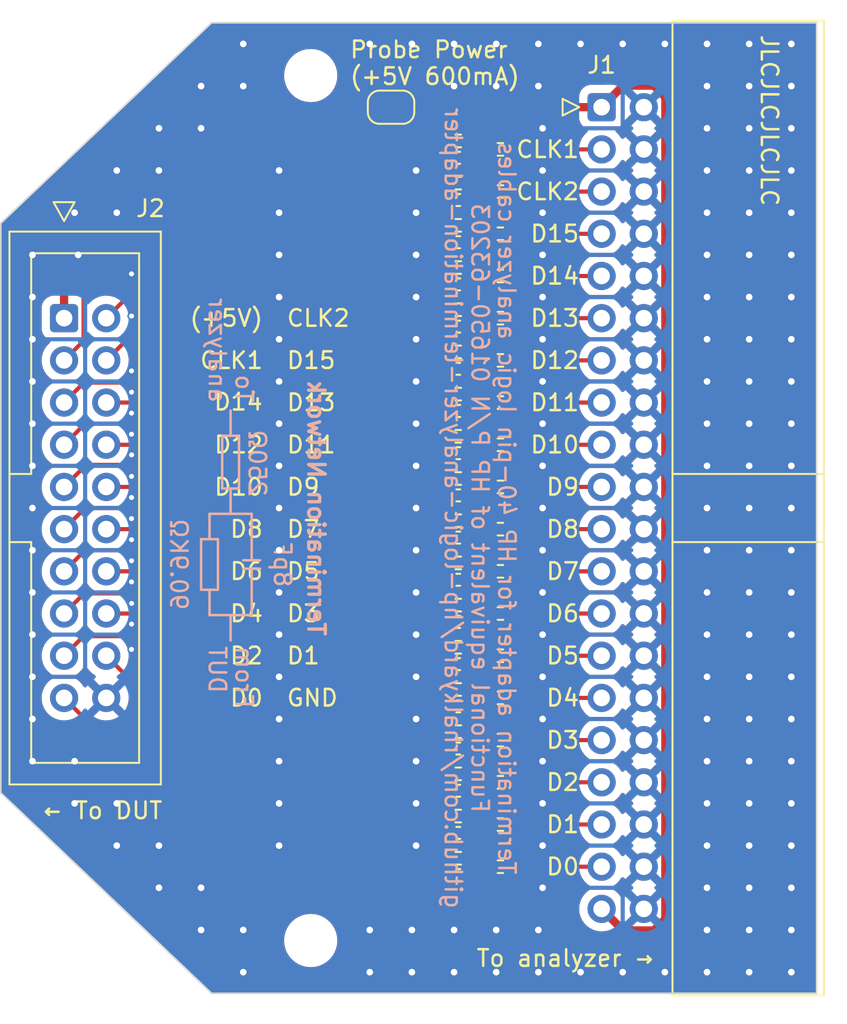
<source format=kicad_pcb>
(kicad_pcb (version 20221018) (generator pcbnew)
  (title_block (title "Termination Adapter for HP Logic Analyzers") (date "2024-04-30") (rev "1"))
  (layers (0 "F.Cu" signal) (31 "B.Cu" signal) (34 "B.Paste" user) (35 "F.Paste" user) (36 "B.SilkS" user "B.Silkscreen") (37 "F.SilkS" user "F.Silkscreen") (38 "B.Mask" user) (39 "F.Mask" user) (44 "Edge.Cuts" user))
  (net 0 "")
  (net 1 "Net-(C1-Pad1)")
  (net 2 "/D0_in")
  (net 3 "Net-(C2-Pad1)")
  (net 4 "/D1_in")
  (net 5 "Net-(C3-Pad1)")
  (net 6 "/D2_in")
  (net 7 "Net-(C4-Pad1)")
  (net 8 "/D3_in")
  (net 9 "Net-(C5-Pad1)")
  (net 10 "/D4_in")
  (net 11 "Net-(C6-Pad1)")
  (net 12 "/D5_in")
  (net 13 "Net-(C7-Pad1)")
  (net 14 "/D6_in")
  (net 15 "Net-(C8-Pad1)")
  (net 16 "/D7_in")
  (net 17 "Net-(C9-Pad1)")
  (net 18 "/D8_in")
  (net 19 "Net-(C10-Pad1)")
  (net 20 "/D9_in")
  (net 21 "Net-(C11-Pad1)")
  (net 22 "/D10_in")
  (net 23 "Net-(C12-Pad1)")
  (net 24 "/D11_in")
  (net 25 "Net-(C13-Pad1)")
  (net 26 "/D12_in")
  (net 27 "Net-(C14-Pad1)")
  (net 28 "/D13_in")
  (net 29 "Net-(C15-Pad1)")
  (net 30 "/D14_in")
  (net 31 "Net-(C16-Pad1)")
  (net 32 "/D15_in")
  (net 33 "Net-(C17-Pad1)")
  (net 34 "/CLK1_in")
  (net 35 "Net-(C18-Pad1)")
  (net 36 "/CLK2_in")
  (net 37 "+5V")
  (net 38 "Net-(J2-Pin_1)")
  (net 39 "/CLK1_out")
  (net 40 "GND")
  (net 41 "/CLK2_out")
  (net 42 "/D15_out")
  (net 43 "/D14_out")
  (net 44 "/D13_out")
  (net 45 "/D12_out")
  (net 46 "/D11_out")
  (net 47 "/D10_out")
  (net 48 "/D9_out")
  (net 49 "/D8_out")
  (net 50 "/D7_out")
  (net 51 "/D6_out")
  (net 52 "/D5_out")
  (net 53 "/D4_out")
  (net 54 "/D3_out")
  (net 55 "/D2_out")
  (net 56 "/D1_out")
  (net 57 "/D0_out")
  (footprint "Capacitor_SMD:C_0402_1005Metric_Pad0.74x0.62mm_HandSolder" (layer "F.Cu") (at 88.773 96.012 180)
    (fp_text reference "C8" hide)
    (fp_text value "8pF")
  )
  (footprint "Resistor_SMD:R_0402_1005Metric_Pad0.72x0.64mm_HandSolder" (layer "F.Cu") (at 91.313 98.044 180)
    (fp_text reference "R7" hide)
    (fp_text value "255R")
  )
  (footprint "Resistor_SMD:R_0402_1005Metric_Pad0.72x0.64mm_HandSolder" (layer "F.Cu") (at 88.773 89.916 180)
    (fp_text reference "R28" hide)
    (fp_text value "90K9")
  )
  (footprint "MountingHole:MountingHole_2.7mm_M2.5" (layer "F.Cu") (at 79.883 117.729 180)
    (fp_text reference "H1" hide)
    (fp_text value "MountingHole")
  )
  (footprint "Resistor_SMD:R_0402_1005Metric_Pad0.72x0.64mm_HandSolder" (layer "F.Cu") (at 88.773 94.996 180)
    (fp_text reference "R26" hide)
    (fp_text value "90K9")
  )
  (footprint "Resistor_SMD:R_0402_1005Metric_Pad0.72x0.64mm_HandSolder" (layer "F.Cu") (at 91.313 82.804 180)
    (fp_text reference "R13" hide)
    (fp_text value "255R")
  )
  (footprint "Connector_IDC:IDC-Header_2x20_P2.54mm_Horizontal" (layer "F.Cu") (at 97.409 67.564)
    (fp_text reference "J1")
    (fp_text value "Conn_02x20_Odd_Even")
  )
  (footprint "Resistor_SMD:R_0402_1005Metric_Pad0.72x0.64mm_HandSolder" (layer "F.Cu") (at 91.313 92.964 180)
    (fp_text reference "R9" hide)
    (fp_text value "255R")
  )
  (footprint "Resistor_SMD:R_0402_1005Metric_Pad0.72x0.64mm_HandSolder" (layer "F.Cu") (at 91.313 70.104 180)
    (fp_text reference "R18" hide)
    (fp_text value "255R")
  )
  (footprint "Resistor_SMD:R_0402_1005Metric_Pad0.72x0.64mm_HandSolder" (layer "F.Cu") (at 91.313 95.504 180)
    (fp_text reference "R8" hide)
    (fp_text value "255R")
  )
  (footprint "Capacitor_SMD:C_0402_1005Metric_Pad0.74x0.62mm_HandSolder" (layer "F.Cu") (at 88.773 80.772 180)
    (fp_text reference "C14" hide)
    (fp_text value "8pF")
  )
  (footprint "Resistor_SMD:R_0402_1005Metric_Pad0.72x0.64mm_HandSolder" (layer "F.Cu") (at 91.313 80.264 180)
    (fp_text reference "R14" hide)
    (fp_text value "255R")
  )
  (footprint "Resistor_SMD:R_0402_1005Metric_Pad0.72x0.64mm_HandSolder" (layer "F.Cu") (at 88.773 72.136 180)
    (fp_text reference "R35" hide)
    (fp_text value "90K9")
  )
  (footprint "Resistor_SMD:R_0402_1005Metric_Pad0.72x0.64mm_HandSolder" (layer "F.Cu") (at 91.313 110.744 180)
    (fp_text reference "R2" hide)
    (fp_text value "255R")
  )
  (footprint "Capacitor_SMD:C_0402_1005Metric_Pad0.74x0.62mm_HandSolder" (layer "F.Cu") (at 88.773 101.092 180)
    (fp_text reference "C6" hide)
    (fp_text value "8pF")
  )
  (footprint "Resistor_SMD:R_0402_1005Metric_Pad0.72x0.64mm_HandSolder" (layer "F.Cu") (at 91.313 85.344 180)
    (fp_text reference "R12" hide)
    (fp_text value "255R")
  )
  (footprint "Capacitor_SMD:C_0402_1005Metric_Pad0.74x0.62mm_HandSolder" (layer "F.Cu") (at 88.773 98.552 180)
    (fp_text reference "C7" hide)
    (fp_text value "8pF")
  )
  (footprint "Resistor_SMD:R_0402_1005Metric_Pad0.72x0.64mm_HandSolder" (layer "F.Cu") (at 91.313 90.424 180)
    (fp_text reference "R10" hide)
    (fp_text value "255R")
  )
  (footprint "Resistor_SMD:R_0402_1005Metric_Pad0.72x0.64mm_HandSolder" (layer "F.Cu") (at 91.313 72.644 180)
    (fp_text reference "R17" hide)
    (fp_text value "255R")
  )
  (footprint "Resistor_SMD:R_0402_1005Metric_Pad0.72x0.64mm_HandSolder" (layer "F.Cu") (at 88.773 105.156 180)
    (fp_text reference "R22" hide)
    (fp_text value "90K9")
  )
  (footprint "Resistor_SMD:R_0402_1005Metric_Pad0.72x0.64mm_HandSolder" (layer "F.Cu") (at 88.773 77.216 180)
    (fp_text reference "R33" hide)
    (fp_text value "90K9")
  )
  (footprint "Resistor_SMD:R_0402_1005Metric_Pad0.72x0.64mm_HandSolder" (layer "F.Cu") (at 88.773 100.076 180)
    (fp_text reference "R24" hide)
    (fp_text value "90K9")
  )
  (footprint "Resistor_SMD:R_0402_1005Metric_Pad0.72x0.64mm_HandSolder" (layer "F.Cu") (at 91.313 103.124 180)
    (fp_text reference "R5" hide)
    (fp_text value "255R")
  )
  (footprint "Capacitor_SMD:C_0402_1005Metric_Pad0.74x0.62mm_HandSolder" (layer "F.Cu") (at 88.773 113.792 180)
    (fp_text reference "C1" hide)
    (fp_text value "8pF")
  )
  (footprint "Capacitor_SMD:C_0402_1005Metric_Pad0.74x0.62mm_HandSolder" (layer "F.Cu") (at 88.773 75.692 180)
    (fp_text reference "C16" hide)
    (fp_text value "8pF")
  )
  (footprint "MountingHole:MountingHole_2.7mm_M2.5" (layer "F.Cu") (at 79.883 65.659 180)
    (fp_text reference "H2" hide)
    (fp_text value "MountingHole")
  )
  (footprint "Resistor_SMD:R_0402_1005Metric_Pad0.72x0.64mm_HandSolder" (layer "F.Cu") (at 91.313 75.184 180)
    (fp_text reference "R16" hide)
    (fp_text value "255R")
  )
  (footprint "Resistor_SMD:R_0402_1005Metric_Pad0.72x0.64mm_HandSolder" (layer "F.Cu") (at 88.773 82.296 180)
    (fp_text reference "R31" hide)
    (fp_text value "90K9")
  )
  (footprint "Resistor_SMD:R_0402_1005Metric_Pad0.72x0.64mm_HandSolder" (layer "F.Cu") (at 91.313 108.204 180)
    (fp_text reference "R3" hide)
    (fp_text value "255R")
  )
  (footprint "Capacitor_SMD:C_0402_1005Metric_Pad0.74x0.62mm_HandSolder" (layer "F.Cu") (at 88.773 73.152 180)
    (fp_text reference "C17" hide)
    (fp_text value "8pF")
  )
  (footprint "Capacitor_SMD:C_0402_1005Metric_Pad0.74x0.62mm_HandSolder" (layer "F.Cu") (at 88.773 70.612 180)
    (fp_text reference "C18" hide)
    (fp_text value "8pF")
  )
  (footprint "Capacitor_SMD:C_0402_1005Metric_Pad0.74x0.62mm_HandSolder" (layer "F.Cu") (at 88.773 78.232 180)
    (fp_text reference "C15" hide)
    (fp_text value "8pF")
  )
  (footprint "Resistor_SMD:R_0402_1005Metric_Pad0.72x0.64mm_HandSolder" (layer "F.Cu") (at 88.773 102.616 180)
    (fp_text reference "R23" hide)
    (fp_text value "90K9")
  )
  (footprint "Resistor_SMD:R_0402_1005Metric_Pad0.72x0.64mm_HandSolder" (layer "F.Cu") (at 88.773 92.456 180)
    (fp_text reference "R27" hide)
    (fp_text value "90K9")
  )
  (footprint "Resistor_SMD:R_0402_1005Metric_Pad0.72x0.64mm_HandSolder" (layer "F.Cu") (at 88.773 87.376 180)
    (fp_text reference "R29" hide)
    (fp_text value "90K9")
  )
  (footprint "Capacitor_SMD:C_0402_1005Metric_Pad0.74x0.62mm_HandSolder" (layer "F.Cu") (at 88.773 88.392 180)
    (fp_text reference "C11" hide)
    (fp_text value "8pF")
  )
  (footprint "Resistor_SMD:R_0402_1005Metric_Pad0.72x0.64mm_HandSolder" (layer "F.Cu") (at 88.773 107.696 180)
    (fp_text reference "R21" hide)
    (fp_text value "90K9")
  )
  (footprint "Resistor_SMD:R_0402_1005Metric_Pad0.72x0.64mm_HandSolder" (layer "F.Cu") (at 91.313 100.584 180)
    (fp_text reference "R6" hide)
    (fp_text value "255R")
  )
  (footprint "Capacitor_SMD:C_0402_1005Metric_Pad0.74x0.62mm_HandSolder" (layer "F.Cu") (at 88.773 83.312 180)
    (fp_text reference "C13" hide)
    (fp_text value "8pF")
  )
  (footprint "Resistor_SMD:R_0402_1005Metric_Pad0.72x0.64mm_HandSolder" (layer "F.Cu") (at 91.313 87.884 180)
    (fp_text reference "R11" hide)
    (fp_text value "255R")
  )
  (footprint "Resistor_SMD:R_0402_1005Metric_Pad0.72x0.64mm_HandSolder" (layer "F.Cu") (at 88.773 110.236 180)
    (fp_text reference "R20" hide)
    (fp_text value "90K9")
  )
  (footprint "Capacitor_SMD:C_0402_1005Metric_Pad0.74x0.62mm_HandSolder" (layer "F.Cu") (at 88.773 106.172 180)
    (fp_text reference "C4" hide)
    (fp_text value "8pF")
  )
  (footprint "Resistor_SMD:R_0402_1005Metric_Pad0.72x0.64mm_HandSolder" (layer "F.Cu") (at 91.313 77.724 180)
    (fp_text reference "R15" hide)
    (fp_text value "255R")
  )
  (footprint "Resistor_SMD:R_0402_1005Metric_Pad0.72x0.64mm_HandSolder" (layer "F.Cu") (at 88.773 112.776 180)
    (fp_text reference "R19" hide)
    (fp_text value "90K9")
  )
  (footprint "Resistor_SMD:R_0402_1005Metric_Pad0.72x0.64mm_HandSolder" (layer "F.Cu") (at 91.313 113.284 180)
    (fp_text reference "R1" hide)
    (fp_text value "255R")
  )
  (footprint "Capacitor_SMD:C_0402_1005Metric_Pad0.74x0.62mm_HandSolder" (layer "F.Cu") (at 88.773 111.252 180)
    (fp_text reference "C2" hide)
    (fp_text value "8pF")
  )
  (footprint "Capacitor_SMD:C_0402_1005Metric_Pad0.74x0.62mm_HandSolder" (layer "F.Cu") (at 88.773 90.932 180)
    (fp_text reference "C10" hide)
    (fp_text value "8pF")
  )
  (footprint "Capacitor_SMD:C_0402_1005Metric_Pad0.74x0.62mm_HandSolder" (layer "F.Cu") (at 88.773 93.472 180)
    (fp_text reference "C9" hide)
    (fp_text value "8pF")
  )
  (footprint "Capacitor_SMD:C_0402_1005Metric_Pad0.74x0.62mm_HandSolder" (layer "F.Cu") (at 88.773 108.712 180)
    (fp_text reference "C3" hide)
    (fp_text value "8pF")
  )
  (footprint "Resistor_SMD:R_0402_1005Metric_Pad0.72x0.64mm_HandSolder" (layer "F.Cu") (at 88.773 79.756 180)
    (fp_text reference "R32" hide)
    (fp_text value "90K9")
  )
  (footprint "Capacitor_SMD:C_0402_1005Metric_Pad0.74x0.62mm_HandSolder" (layer "F.Cu") (at 88.773 103.632 180)
    (fp_text reference "C5" hide)
    (fp_text value "8pF")
  )
  (footprint "Resistor_SMD:R_0402_1005Metric_Pad0.72x0.64mm_HandSolder" (layer "F.Cu") (at 91.313 105.664 180)
    (fp_text reference "R4" hide)
    (fp_text value "255R")
  )
  (footprint "Resistor_SMD:R_0402_1005Metric_Pad0.72x0.64mm_HandSolder" (layer "F.Cu") (at 88.773 97.536 180)
    (fp_text reference "R25" hide)
    (fp_text value "90K9")
  )
  (footprint "Capacitor_SMD:C_0402_1005Metric_Pad0.74x0.62mm_HandSolder" (layer "F.Cu") (at 88.773 85.852 180)
    (fp_text reference "C12" hide)
    (fp_text value "8pF")
  )
  (footprint "Resistor_SMD:R_0402_1005Metric_Pad0.72x0.64mm_HandSolder" (layer "F.Cu") (at 88.773 84.836 180)
    (fp_text reference "R30" hide)
    (fp_text value "90K9")
  )
  (footprint "Jumper:SolderJumper-2_P1.3mm_Open_RoundedPad1.0x1.5mm" (layer "F.Cu") (at 84.724 67.564 180)
    (fp_text reference "JP1" hide)
    (fp_text value "SolderJumper_2_Open")
  )
  (footprint "Resistor_SMD:R_0402_1005Metric_Pad0.72x0.64mm_HandSolder" (layer "F.Cu") (at 88.773 74.676 180)
    (fp_text reference "R34" hide)
    (fp_text value "90K9")
  )
  (footprint "Resistor_SMD:R_0402_1005Metric_Pad0.72x0.64mm_HandSolder" (layer "F.Cu") (at 88.773 69.596 180)
    (fp_text reference "R36" hide)
    (fp_text value "90K9")
  )
  (footprint "Connector_IDC:IDC-Header_2x10_P2.54mm_Vertical" (layer "F.Cu") (at 65.024 80.264)
    (fp_text reference "J2")
    (fp_text value "Conn_02x10_Odd_Even" hide)
  )
  (gr_line (start 75.057 87.34412) (end 75.057 85.82012) (stroke (width 0.15)) (layer "B.SilkS"))
  (gr_line (start 76.835 95.34512) (end 75.819 95.34512) (stroke (width 0.15)) (layer "B.SilkS"))
  (gr_rect (start 73.279 93.56712) (end 74.295 96.61512) (stroke (width 0.15)) (fill none) (layer "B.SilkS"))
  (gr_line (start 76.835 94.83712) (end 75.819 94.83712) (stroke (width 0.15)) (layer "B.SilkS"))
  (gr_line (start 75.057 92.04312) (end 75.057 90.51912) (stroke (width 0.15)) (layer "B.SilkS"))
  (gr_line (start 76.327 98.13912) (end 73.787 98.13912) (stroke (width 0.15)) (layer "B.SilkS"))
  (gr_line (start 75.057 98.13912) (end 75.057 99.66312) (stroke (width 0.15)) (layer "B.SilkS"))
  (gr_line (start 75.057 92.04312) (end 73.787 92.04312) (stroke (width 0.15)) (layer "B.SilkS"))
  (gr_line (start 73.787 93.50362) (end 73.787 92.04312) (stroke (width 0.15)) (layer "B.SilkS"))
  (gr_line (start 75.057 92.04312) (end 76.327 92.04312) (stroke (width 0.15)) (layer "B.SilkS"))
  (gr_rect (start 74.549 87.34412) (end 75.565 90.51912) (stroke (width 0.15)) (fill none) (layer "B.SilkS"))
  (gr_line (start 73.787 98.13912) (end 73.787 96.61512) (stroke (width 0.15)) (layer "B.SilkS"))
  (gr_line (start 76.327 95.34512) (end 76.327 98.13912) (stroke (width 0.15)) (layer "B.SilkS"))
  (gr_line (start 76.327 92.04312) (end 76.327 94.83712) (stroke (width 0.15)) (layer "B.SilkS"))
  (gr_poly (pts (xy 110.363 120.904) (xy 73.914 120.904) (xy 61.214 108.839) (xy 61.214 74.549) (xy 73.914 62.484) (xy 110.363 62.484)) (stroke (width 0.1)) (fill none) (layer "Edge.Cuts"))
  (gr_text "Termination Network" (at 79.629 91.694 -90) (layer "B.SilkS") (effects (font (size 1 1) (thickness 0.2) bold) (justify bottom mirror)))
  (gr_text "90.9KΩ" (at 72.517 95.09112 -90) (layer "B.SilkS") (effects (font (size 1 1)) (justify top mirror)))
  (gr_text "8pF" (at 77.597 95.09112 -90) (layer "B.SilkS") (effects (font (size 1 1)) (justify bottom mirror)))
  (gr_text "From\nDUT" (at 75.057 99.91712 -90) (layer "B.SilkS") (effects (font (size 1 1)) (justify right mirror)))
  (gr_text "250Ω" (at 76.073 88.99512 -90) (layer "B.SilkS") (effects (font (size 1 1)) (justify bottom mirror)))
  (gr_text "Termination adapter for HP 40-pin logic analyzer cables\nFunctional equivalent of HP P/N 01650-63203\ngithub.com/rhalkyard/hp-logic-analyzer-termination-adapter" (at 87.884 91.694 270) (layer "B.SilkS") (effects (font (size 1 1)) (justify bottom mirror)))
  (gr_text "To\nanalyzer" (at 75.057 85.43912 -90) (layer "B.SilkS") (effects (font (size 1 1)) (justify left mirror)))
  (gr_text "D5" (at 78.359 95.504) (layer "F.SilkS") (effects (font (size 1 1)) (justify left)))
  (gr_text "D14" (at 96.139 77.724) (layer "F.SilkS") (effects (font (size 1 1)) (justify right)))
  (gr_text "D15" (at 78.359 82.804) (layer "F.SilkS") (effects (font (size 1 1)) (justify left)))
  (gr_text "D10" (at 77.089 90.424) (layer "F.SilkS") (effects (font (size 1 1)) (justify right)))
  (gr_text "CLK1" (at 96.139 70.104) (layer "F.SilkS") (effects (font (size 1 1)) (justify right)))
  (gr_text "D1" (at 78.359 100.584) (layer "F.SilkS") (effects (font (size 1 1)) (justify left)))
  (gr_text "D3" (at 78.359 98.044) (layer "F.SilkS") (effects (font (size 1 1)) (justify left)))
  (gr_text "D0" (at 96.139 113.284) (layer "F.SilkS") (effects (font (size 1 1)) (justify right)))
  (gr_text "D13" (at 96.139 80.264) (layer "F.SilkS") (effects (font (size 1 1)) (justify right)))
  (gr_text "D6" (at 77.089 95.504) (layer "F.SilkS") (effects (font (size 1 1)) (justify right)))
  (gr_text "CLK1" (at 77.089 82.804) (layer "F.SilkS") (effects (font (size 1 1)) (justify right)))
  (gr_text "D5" (at 96.139 100.584) (layer "F.SilkS") (effects (font (size 1 1)) (justify right)))
  (gr_text "D7" (at 96.139 95.504) (layer "F.SilkS") (effects (font (size 1 1)) (justify right)))
  (gr_text "D1" (at 96.139 110.744) (layer "F.SilkS") (effects (font (size 1 1)) (justify right)))
  (gr_text "D11" (at 78.359 87.884) (layer "F.SilkS") (effects (font (size 1 1)) (justify left)))
  (gr_text "To analyzer →" (at 95.25 119.38) (layer "F.SilkS") (effects (font (size 1 1)) (justify bottom)))
  (gr_text "D8" (at 77.089 92.964) (layer "F.SilkS") (effects (font (size 1 1)) (justify right)))
  (gr_text "D2" (at 77.089 100.584) (layer "F.SilkS") (effects (font (size 1 1)) (justify right)))
  (gr_text "← To DUT" (at 67.31 110.49) (layer "F.SilkS") (effects (font (size 1 1)) (justify bottom)))
  (gr_text "D9" (at 96.139 90.424) (layer "F.SilkS") (effects (font (size 1 1)) (justify right)))
  (gr_text "D15" (at 96.139 75.184) (layer "F.SilkS") (effects (font (size 1 1)) (justify right)))
  (gr_text "D14" (at 77.071197 85.302584) (layer "F.SilkS") (effects (font (size 1 1)) (justify right)))
  (gr_text "D0" (at 77.089 103.124) (layer "F.SilkS") (effects (font (size 1 1)) (justify right)))
  (gr_text "CLK2" (at 78.359 80.264) (layer "F.SilkS") (effects (font (size 1 1)) (justify left)))
  (gr_text "D13" (at 78.359 85.344) (layer "F.SilkS") (effects (font (size 1 1)) (justify left)))
  (gr_text "D4" (at 96.139 103.124) (layer "F.SilkS") (effects (font (size 1 1)) (justify right)))
  (gr_text "D9" (at 78.359 90.424) (layer "F.SilkS") (effects (font (size 1 1)) (justify left)))
  (gr_text "D2" (at 96.139 108.204) (layer "F.SilkS") (effects (font (size 1 1)) (justify right)))
  (gr_text "D11" (at 96.139 85.344) (layer "F.SilkS") (effects (font (size 1 1)) (justify right)))
  (gr_text "D12" (at 77.089 87.884) (layer "F.SilkS") (effects (font (size 1 1)) (justify right)))
  (gr_text "D4" (at 77.089 98.044) (layer "F.SilkS") (effects (font (size 1 1)) (justify right)))
  (gr_text "Probe Power\n(+5V 600mA)" (at 82.169 66.294) (layer "F.SilkS") (effects (font (size 1 1)) (justify left bottom)))
  (gr_text "D3" (at 96.139 105.664) (layer "F.SilkS") (effects (font (size 1 1)) (justify right)))
  (gr_text "JLCJLCJLCJLC" (at 106.934 63.119 -90) (layer "F.SilkS") (effects (font (size 1 1)) (justify left bottom)))
  (gr_text "D8" (at 96.139 92.964) (layer "F.SilkS") (effects (font (size 1 1)) (justify right)))
  (gr_text "D10" (at 96.139 87.884) (layer "F.SilkS") (effects (font (size 1 1)) (justify right)))
  (gr_text "D6" (at 96.139 98.044) (layer "F.SilkS") (effects (font (size 1 1)) (justify right)))
  (gr_text "(+5V)" (at 77.089 80.264) (layer "F.SilkS") (effects (font (size 1 1)) (justify right)))
  (gr_text "D12" (at 96.139 82.804) (layer "F.SilkS") (effects (font (size 1 1)) (justify right)))
  (gr_text "D7" (at 78.359 92.964) (layer "F.SilkS") (effects (font (size 1 1)) (justify left)))
  (gr_text "CLK2" (at 96.139 72.644) (layer "F.SilkS") (effects (font (size 1 1)) (justify right)))
  (gr_text "GND" (at 78.359 103.124) (layer "F.SilkS") (effects (font (size 1 1)) (justify left)))
  (segment (start 89.8485 113.284) (end 89.3405 113.792) (width 0.25) (layer "F.Cu") (net 1))
  (segment (start 89.3705 112.806) (end 89.8485 113.284) (width 0.25) (layer "F.Cu") (net 1))
  (segment (start 90.7155 113.284) (end 89.8485 113.284) (width 0.25) (layer "F.Cu") (net 1))
  (segment (start 87.503 113.284) (end 86.233 113.284) (width 0.25) (layer "F.Cu") (net 2))
  (segment (start 87.503 113.284) (end 88.011 112.776) (width 0.25) (layer "F.Cu") (net 2))
  (segment (start 85.333 113.774449) (end 85.333 113.584) (width 0.25) (layer "F.Cu") (net 2))
  (segment (start 88.2055 113.792) (end 88.011 113.792) (width 0.25) (layer "F.Cu") (net 2))
  (segment (start 84.733 112.990079) (end 84.733 113.284) (width 0.25) (layer "F.Cu") (net 2))
  (segment (start 85.333 113.584) (end 85.333 112.990079) (width 0.25) (layer "F.Cu") (net 2))
  (segment (start 83.833 113.284) (end 77.373176 113.284) (width 0.25) (layer "F.Cu") (net 2))
  (segment (start 85.03908 112.696159) (end 85.02692 112.696159) (width 0.25) (layer "F.Cu") (net 2))
  (segment (start 88.011 112.776) (end 88.1755 112.776) (width 0.25) (layer "F.Cu") (net 2))
  (segment (start 85.933 113.584) (end 85.933 113.774449) (width 0.25) (layer "F.Cu") (net 2))
  (segment (start 75.184 113.284) (end 65.024 103.124) (width 0.25) (layer "F.Cu") (net 2))
  (segment (start 84.733 113.284) (end 84.733 113.774451) (width 0.25) (layer "F.Cu") (net 2))
  (segment (start 77.373176 113.284) (end 75.184 113.284) (width 0.25) (layer "F.Cu") (net 2))
  (segment (start 84.133 113.774451) (end 84.133 113.584) (width 0.25) (layer "F.Cu") (net 2))
  (segment (start 88.011 113.792) (end 87.503 113.284) (width 0.25) (layer "F.Cu") (net 2))
  (arc (start 84.433 114.074451) (mid 84.220868 113.986583) (end 84.133 113.774451) (width 0.25) (layer "F.Cu") (net 2))
  (arc (start 84.733 113.774451) (mid 84.645132 113.986583) (end 84.433 114.074451) (width 0.25) (layer "F.Cu") (net 2))
  (arc (start 84.133 113.584) (mid 84.045132 113.371868) (end 83.833 113.284) (width 0.25) (layer "F.Cu") (net 2))
  (arc (start 85.633 114.074449) (mid 85.420868 113.986581) (end 85.333 113.774449) (width 0.25) (layer "F.Cu") (net 2))
  (arc (start 85.933 113.774449) (mid 85.845132 113.986581) (end 85.633 114.074449) (width 0.25) (layer "F.Cu") (net 2))
  (arc (start 86.233 113.284) (mid 86.020868 113.371868) (end 85.933 113.584) (width 0.25) (layer "F.Cu") (net 2))
  (arc (start 85.333 112.990079) (mid 85.246913 112.782246) (end 85.03908 112.696159) (width 0.25) (layer "F.Cu") (net 2))
  (arc (start 85.02692 112.696159) (mid 84.819087 112.782246) (end 84.733 112.990079) (width 0.25) (layer "F.Cu") (net 2))
  (segment (start 89.8785 110.744) (end 89.3705 110.236) (width 0.25) (layer "F.Cu") (net 3))
  (segment (start 89.8485 110.744) (end 89.3405 111.252) (width 0.25) (layer "F.Cu") (net 3))
  (segment (start 90.7155 110.744) (end 89.8485 110.744) (width 0.25) (layer "F.Cu") (net 3))
  (segment (start 90.7155 110.744) (end 89.8785 110.744) (width 0.25) (layer "F.Cu") (net 3))
  (segment (start 87.503 110.744) (end 86.233 110.744) (width 0.25) (layer "F.Cu") (net 4))
  (segment (start 85.333 111.10376) (end 85.333 111.044) (width 0.25) (layer "F.Cu") (net 4))
  (segment (start 88.011 111.252) (end 87.503 110.744) (width 0.25) (layer "F.Cu") (net 4))
  (segment (start 83.533 110.744) (end 83.533 111.203783) (width 0.25) (layer "F.Cu") (net 4))
  (segment (start 79.537244 110.744) (end 77.724 110.744) (width 0.25) (layer "F.Cu") (net 4))
  (segment (start 84.133 110.744) (end 84.133 110.284234) (width 0.25) (layer "F.Cu") (net 4))
  (segment (start 83.533 110.284234) (end 83.533 110.744) (width 0.25) (layer "F.Cu") (net 4))
  (segment (start 82.633 110.744) (end 79.537244 110.744) (width 0.25) (layer "F.Cu") (net 4))
  (segment (start 84.733 110.284234) (end 84.733 110.744) (width 0.25) (layer "F.Cu") (net 4))
  (segment (start 77.724 110.744) (end 67.564 100.584) (width 0.25) (layer "F.Cu") (net 4))
  (segment (start 84.733 110.744) (end 84.733 111.203766) (width 0.25) (layer "F.Cu") (net 4))
  (segment (start 85.333 111.044) (end 85.333 110.284234) (width 0.25) (layer "F.Cu") (net 4))
  (segment (start 85.933 111.044) (end 85.933 111.10376) (width 0.25) (layer "F.Cu") (net 4))
  (segment (start 84.133 111.203766) (end 84.133 110.744) (width 0.25) (layer "F.Cu") (net 4))
  (segment (start 82.933 111.203783) (end 82.933 111.044) (width 0.25) (layer "F.Cu") (net 4))
  (segment (start 87.503 110.744) (end 88.011 110.236) (width 0.25) (layer "F.Cu") (net 4))
  (arc (start 83.233 111.503783) (mid 83.020868 111.415915) (end 82.933 111.203783) (width 0.25) (layer "F.Cu") (net 4))
  (arc (start 83.833 109.984234) (mid 83.620868 110.072102) (end 83.533 110.284234) (width 0.25) (layer "F.Cu") (net 4))
  (arc (start 82.933 111.044) (mid 82.845132 110.831868) (end 82.633 110.744) (width 0.25) (layer "F.Cu") (net 4))
  (arc (start 85.033 109.984234) (mid 84.820868 110.072102) (end 84.733 110.284234) (width 0.25) (layer "F.Cu") (net 4))
  (arc (start 84.133 110.284234) (mid 84.045132 110.072102) (end 83.833 109.984234) (width 0.25) (layer "F.Cu") (net 4))
  (arc (start 83.533 111.203783) (mid 83.445132 111.415915) (end 83.233 111.503783) (width 0.25) (layer "F.Cu") (net 4))
  (arc (start 84.733 111.203766) (mid 84.645132 111.415898) (end 84.433 111.503766) (width 0.25) (layer "F.Cu") (net 4))
  (arc (start 85.633 111.40376) (mid 85.420868 111.315892) (end 85.333 111.10376) (width 0.25) (layer "F.Cu") (net 4))
  (arc (start 85.333 110.284234) (mid 85.245132 110.072102) (end 85.033 109.984234) (width 0.25) (layer "F.Cu") (net 4))
  (arc (start 84.433 111.503766) (mid 84.220868 111.415898) (end 84.133 111.203766) (width 0.25) (layer "F.Cu") (net 4))
  (arc (start 86.233 110.744) (mid 86.020868 110.831868) (end 85.933 111.044) (width 0.25) (layer "F.Cu") (net 4))
  (arc (start 85.933 111.10376) (mid 85.845132 111.315892) (end 85.633 111.40376) (width 0.25) (layer "F.Cu") (net 4))
  (segment (start 89.8485 108.204) (end 89.3405 108.712) (width 0.25) (layer "F.Cu") (net 5))
  (segment (start 90.7155 108.204) (end 89.8785 108.204) (width 0.25) (layer "F.Cu") (net 5))
  (segment (start 89.8785 108.204) (end 89.3705 107.696) (width 0.25) (layer "F.Cu") (net 5))
  (segment (start 90.7155 108.204) (end 89.8485 108.204) (width 0.25) (layer "F.Cu") (net 5))
  (segment (start 85.933 108.504) (end 85.933 108.574239) (width 0.25) (layer "F.Cu") (net 6))
  (segment (start 78.222695 108.204) (end 69.427695 99.409) (width 0.25) (layer "F.Cu") (net 6))
  (segment (start 85.333 108.504) (end 85.333 107.733761) (width 0.25) (layer "F.Cu") (net 6))
  (segment (start 85.333 108.574239) (end 85.333 108.504) (width 0.25) (layer "F.Cu") (net 6))
  (segment (start 84.733 107.733761) (end 84.733 108.204) (width 0.25) (layer "F.Cu") (net 6))
  (segment (start 69.427695 99.409) (end 66.199 99.409) (width 0.25) (layer "F.Cu") (net 6))
  (segment (start 88.011 108.712) (end 87.503 108.204) (width 0.25) (layer "F.Cu") (net 6))
  (segment (start 84.133 108.674239) (end 84.133 108.504) (width 0.25) (layer "F.Cu") (net 6))
  (segment (start 84.733 108.204) (end 84.733 108.674239) (width 0.25) (layer "F.Cu") (net 6))
  (segment (start 87.503 108.204) (end 86.233 108.204) (width 0.25) (layer "F.Cu") (net 6))
  (segment (start 66.199 99.409) (end 65.024 100.584) (width 0.25) (layer "F.Cu") (net 6))
  (segment (start 87.503 108.204) (end 88.011 107.696) (width 0.25) (layer "F.Cu") (net 6))
  (segment (start 83.833 108.204) (end 78.222695 108.204) (width 0.25) (layer "F.Cu") (net 6))
  (arc (start 85.933 108.574239) (mid 85.845132 108.786371) (end 85.633 108.874239) (width 0.25) (layer "F.Cu") (net 6))
  (arc (start 84.133 108.504) (mid 84.045132 108.291868) (end 83.833 108.204) (width 0.25) (layer "F.Cu") (net 6))
  (arc (start 85.333 107.733761) (mid 85.245132 107.521629) (end 85.033 107.433761) (width 0.25) (layer "F.Cu") (net 6))
  (arc (start 86.233 108.204) (mid 86.020868 108.291868) (end 85.933 108.504) (width 0.25) (layer "F.Cu") (net 6))
  (arc (start 85.033 107.433761) (mid 84.820868 107.521629) (end 84.733 107.733761) (width 0.25) (layer "F.Cu") (net 6))
  (arc (start 84.733 108.674239) (mid 84.645132 108.886371) (end 84.433 108.974239) (width 0.25) (layer "F.Cu") (net 6))
  (arc (start 85.633 108.874239) (mid 85.420868 108.786371) (end 85.333 108.574239) (width 0.25) (layer "F.Cu") (net 6))
  (arc (start 84.433 108.974239) (mid 84.220868 108.886371) (end 84.133 108.674239) (width 0.25) (layer "F.Cu") (net 6))
  (segment (start 89.8785 105.664) (end 89.3705 105.156) (width 0.25) (layer "F.Cu") (net 7))
  (segment (start 90.7155 105.664) (end 89.8485 105.664) (width 0.25) (layer "F.Cu") (net 7))
  (segment (start 89.8485 105.664) (end 89.3405 106.172) (width 0.25) (layer "F.Cu") (net 7))
  (segment (start 90.7155 105.664) (end 89.8785 105.664) (width 0.25) (layer "F.Cu") (net 7))
  (segment (start 85.333 106.006266) (end 85.333 105.964) (width 0.25) (layer "F.Cu") (net 8))
  (segment (start 82.933 105.664) (end 82.933 105.221708) (width 0.25) (layer "F.Cu") (net 8))
  (segment (start 88.011 106.172) (end 87.503 105.664) (width 0.25) (layer "F.Cu") (net 8))
  (segment (start 84.733 105.664) (end 84.733 106.106275) (width 0.25) (layer "F.Cu") (net 8))
  (segment (start 82.333 105.221708) (end 82.333 105.364) (width 0.25) (layer "F.Cu") (net 8))
  (segment (start 82.933 106.106275) (end 82.933 105.664) (width 0.25) (layer "F.Cu") (net 8))
  (segment (start 84.133 106.106275) (end 84.133 105.664) (width 0.25) (layer "F.Cu") (net 8))
  (segment (start 84.133 105.664) (end 84.133 105.221725) (width 0.25) (layer "F.Cu") (net 8))
  (segment (start 87.503 105.664) (end 86.233 105.664) (width 0.25) (layer "F.Cu") (net 8))
  (segment (start 84.733 105.221725) (end 84.733 105.664) (width 0.25) (layer "F.Cu") (net 8))
  (segment (start 85.933 105.964) (end 85.933 106.006266) (width 0.25) (layer "F.Cu") (net 8))
  (segment (start 87.503 105.664) (end 88.011 105.156) (width 0.25) (layer "F.Cu") (net 8))
  (segment (start 85.333 105.964) (end 85.333 105.221725) (width 0.25) (layer "F.Cu") (net 8))
  (segment (start 83.533 105.221725) (end 83.533 105.664) (width 0.25) (layer "F.Cu") (net 8))
  (segment (start 83.533 105.664) (end 83.533 106.106275) (width 0.25) (layer "F.Cu") (net 8))
  (segment (start 82.033 105.664) (end 78.222695 105.664) (width 0.25) (layer "F.Cu") (net 8))
  (segment (start 70.602695 98.044) (end 67.564 98.044) (width 0.25) (layer "F.Cu") (net 8))
  (segment (start 78.222695 105.664) (end 70.602695 98.044) (width 0.25) (layer "F.Cu") (net 8))
  (arc (start 85.933 106.006266) (mid 85.845132 106.218398) (end 85.633 106.306266) (width 0.25) (layer "F.Cu") (net 8))
  (arc (start 83.833 104.921725) (mid 83.620868 105.009593) (end 83.533 105.221725) (width 0.25) (layer "F.Cu") (net 8))
  (arc (start 84.433 106.406275) (mid 84.220868 106.318407) (end 84.133 106.106275) (width 0.25) (layer "F.Cu") (net 8))
  (arc (start 83.233 106.406275) (mid 83.020868 106.318407) (end 82.933 106.106275) (width 0.25) (layer "F.Cu") (net 8))
  (arc (start 82.933 105.221708) (mid 82.845132 105.009576) (end 82.633 104.921708) (width 0.25) (layer "F.Cu") (net 8))
  (arc (start 84.133 105.221725) (mid 84.045132 105.009593) (end 83.833 104.921725) (width 0.25) (layer "F.Cu") (net 8))
  (arc (start 86.233 105.664) (mid 86.020868 105.751868) (end 85.933 105.964) (width 0.25) (layer "F.Cu") (net 8))
  (arc (start 85.633 106.306266) (mid 85.420868 106.218398) (end 85.333 106.006266) (width 0.25) (layer "F.Cu") (net 8))
  (arc (start 85.333 105.221725) (mid 85.245132 105.009593) (end 85.033 104.921725) (width 0.25) (layer "F.Cu") (net 8))
  (arc (start 84.733 106.106275) (mid 84.645132 106.318407) (end 84.433 106.406275) (width 0.25) (layer "F.Cu") (net 8))
  (arc (start 83.533 106.106275) (mid 83.445132 106.318407) (end 83.233 106.406275) (width 0.25) (layer "F.Cu") (net 8))
  (arc (start 82.633 104.921708) (mid 82.420868 105.009576) (end 82.333 105.221708) (width 0.25) (layer "F.Cu") (net 8))
  (arc (start 82.333 105.364) (mid 82.245132 105.576132) (end 82.033 105.664) (width 0.25) (layer "F.Cu") (net 8))
  (arc (start 85.033 104.921725) (mid 84.820868 105.009593) (end 84.733 105.221725) (width 0.25) (layer "F.Cu") (net 8))
  (segment (start 90.7155 103.124) (end 89.8785 103.124) (width 0.25) (layer "F.Cu") (net 9))
  (segment (start 89.8785 103.124) (end 89.3705 102.616) (width 0.25) (layer "F.Cu") (net 9))
  (segment (start 89.8485 103.124) (end 89.3405 103.632) (width 0.25) (layer "F.Cu") (net 9))
  (segment (start 90.7155 103.124) (end 89.8485 103.124) (width 0.25) (layer "F.Cu") (net 9))
  (segment (start 66.235501 96.832499) (end 65.024 98.044) (width 0.25) (layer "F.Cu") (net 10))
  (segment (start 84.733 102.686408) (end 84.733 103.124) (width 0.25) (layer "F.Cu") (net 10))
  (segment (start 84.133 103.561592) (end 84.133 103.124) (width 0.25) (layer "F.Cu") (net 10))
  (segment (start 85.333 103.461597) (end 85.333 103.424) (width 0.25) (layer "F.Cu") (net 10))
  (segment (start 87.503 103.124) (end 88.011 102.616) (width 0.25) (layer "F.Cu") (net 10))
  (segment (start 85.933 103.424) (end 85.933 103.461597) (width 0.25) (layer "F.Cu") (net 10))
  (segment (start 84.133 103.124) (end 84.133 102.686408) (width 0.25) (layer "F.Cu") (net 10))
  (segment (start 83.533 102.686408) (end 83.533 102.824) (width 0.25) (layer "F.Cu") (net 10))
  (segment (start 85.333 103.424) (end 85.333 102.686408) (width 0.25) (layer "F.Cu") (net 10))
  (segment (start 78.222695 103.124) (end 71.931194 96.832499) (width 0.25) (layer "F.Cu") (net 10))
  (segment (start 88.011 103.632) (end 87.503 103.124) (width 0.25) (layer "F.Cu") (net 10))
  (segment (start 83.233 103.124) (end 78.222695 103.124) (width 0.25) (layer "F.Cu") (net 10))
  (segment (start 71.931194 96.832499) (end 66.235501 96.832499) (width 0.25) (layer "F.Cu") (net 10))
  (segment (start 87.503 103.124) (end 86.233 103.124) (width 0.25) (layer "F.Cu") (net 10))
  (segment (start 84.733 103.124) (end 84.733 103.561592) (width 0.25) (layer "F.Cu") (net 10))
  (arc (start 85.333 102.686408) (mid 85.245132 102.474276) (end 85.033 102.386408) (width 0.25) (layer "F.Cu") (net 10))
  (arc (start 85.033 102.386408) (mid 84.820868 102.474276) (end 84.733 102.686408) (width 0.25) (layer "F.Cu") (net 10))
  (arc (start 85.633 103.761597) (mid 85.420868 103.673729) (end 85.333 103.461597) (width 0.25) (layer "F.Cu") (net 10))
  (arc (start 83.833 102.386408) (mid 83.620868 102.474276) (end 83.533 102.686408) (width 0.25) (layer "F.Cu") (net 10))
  (arc (start 86.233 103.124) (mid 86.020868 103.211868) (end 85.933 103.424) (width 0.25) (layer "F.Cu") (net 10))
  (arc (start 84.733 103.561592) (mid 84.645132 103.773724) (end 84.433 103.861592) (width 0.25) (layer "F.Cu") (net 10))
  (arc (start 83.533 102.824) (mid 83.445132 103.036132) (end 83.233 103.124) (width 0.25) (layer "F.Cu") (net 10))
  (arc (start 84.433 103.861592) (mid 84.220868 103.773724) (end 84.133 103.561592) (width 0.25) (layer "F.Cu") (net 10))
  (arc (start 84.133 102.686408) (mid 84.045132 102.474276) (end 83.833 102.386408) (width 0.25) (layer "F.Cu") (net 10))
  (arc (start 85.933 103.461597) (mid 85.845132 103.673729) (end 85.633 103.761597) (width 0.25) (layer "F.Cu") (net 10))
  (segment (start 89.8485 100.584) (end 89.3405 101.092) (width 0.25) (layer "F.Cu") (net 11))
  (segment (start 89.8785 100.584) (end 89.3705 100.076) (width 0.25) (layer "F.Cu") (net 11))
  (segment (start 90.7155 100.584) (end 89.8485 100.584) (width 0.25) (layer "F.Cu") (net 11))
  (segment (start 90.7155 100.584) (end 89.8785 100.584) (width 0.25) (layer "F.Cu") (net 11))
  (segment (start 82.933 100.584) (end 82.933 100.154212) (width 0.25) (layer "F.Cu") (net 12))
  (segment (start 78.222695 100.584) (end 73.142695 95.504) (width 0.25) (layer "F.Cu") (net 12))
  (segment (start 85.333 100.913782) (end 85.333 100.884) (width 0.25) (layer "F.Cu") (net 12))
  (segment (start 81.733 101.013788) (end 81.733 100.884) (width 0.25) (layer "F.Cu") (net 12))
  (segment (start 82.933 101.013772) (end 82.933 100.584) (width 0.25) (layer "F.Cu") (net 12))
  (segment (start 81.433 100.584) (end 78.222695 100.584) (width 0.25) (layer "F.Cu") (net 12))
  (segment (start 82.333 100.584) (end 82.333 101.013788) (width 0.25) (layer "F.Cu") (net 12))
  (segment (start 84.733 100.154228) (end 84.733 100.584) (width 0.25) (layer "F.Cu") (net 12))
  (segment (start 83.533 100.154212) (end 83.533 100.584) (width 0.25) (layer "F.Cu") (net 12))
  (segment (start 88.011 101.092) (end 87.503 100.584) (width 0.25) (layer "F.Cu") (net 12))
  (segment (start 87.503 100.584) (end 88.011 100.076) (width 0.25) (layer "F.Cu") (net 12))
  (segment (start 85.333 100.884) (end 85.333 100.154228) (width 0.25) (layer "F.Cu") (net 12))
  (segment (start 82.333 100.154212) (end 82.333 100.584) (width 0.25) (layer "F.Cu") (net 12))
  (segment (start 87.503 100.584) (end 86.233 100.584) (width 0.25) (layer "F.Cu") (net 12))
  (segment (start 85.933 100.884) (end 85.933 100.913782) (width 0.25) (layer "F.Cu") (net 12))
  (segment (start 84.733 100.584) (end 84.733 101.013772) (width 0.25) (layer "F.Cu") (net 12))
  (segment (start 84.133 100.584) (end 84.133 100.154212) (width 0.25) (layer "F.Cu") (net 12))
  (segment (start 83.533 100.584) (end 83.533 101.013772) (width 0.25) (layer "F.Cu") (net 12))
  (segment (start 73.142695 95.504) (end 67.564 95.504) (width 0.25) (layer "F.Cu") (net 12))
  (segment (start 84.133 101.013772) (end 84.133 100.584) (width 0.25) (layer "F.Cu") (net 12))
  (arc (start 83.833 99.854212) (mid 83.620868 99.94208) (end 83.533 100.154212) (width 0.25) (layer "F.Cu") (net 12))
  (arc (start 84.133 100.154212) (mid 84.045132 99.94208) (end 83.833 99.854212) (width 0.25) (layer "F.Cu") (net 12))
  (arc (start 82.933 100.154212) (mid 82.845132 99.94208) (end 82.633 99.854212) (width 0.25) (layer "F.Cu") (net 12))
  (arc (start 82.633 99.854212) (mid 82.420868 99.94208) (end 82.333 100.154212) (width 0.25) (layer "F.Cu") (net 12))
  (arc (start 81.733 100.884) (mid 81.645132 100.671868) (end 81.433 100.584) (width 0.25) (layer "F.Cu") (net 12))
  (arc (start 83.233 101.313772) (mid 83.020868 101.225904) (end 82.933 101.013772) (width 0.25) (layer "F.Cu") (net 12))
  (arc (start 85.033 99.854228) (mid 84.820868 99.942096) (end 84.733 100.154228) (width 0.25) (layer "F.Cu") (net 12))
  (arc (start 82.333 101.013788) (mid 82.245132 101.22592) (end 82.033 101.313788) (width 0.25) (layer "F.Cu") (net 12))
  (arc (start 84.733 101.013772) (mid 84.645132 101.225904) (end 84.433 101.313772) (width 0.25) (layer "F.Cu") (net 12))
  (arc (start 85.333 100.154228) (mid 85.245132 99.942096) (end 85.033 99.854228) (width 0.25) (layer "F.Cu") (net 12))
  (arc (start 85.633 101.213782) (mid 85.420868 101.125914) (end 85.333 100.913782) (width 0.25) (layer "F.Cu") (net 12))
  (arc (start 83.533 101.013772) (mid 83.445132 101.225904) (end 83.233 101.313772) (width 0.25) (layer "F.Cu") (net 12))
  (arc (start 85.933 100.913782) (mid 85.845132 101.125914) (end 85.633 101.213782) (width 0.25) (layer "F.Cu") (net 12))
  (arc (start 84.433 101.313772) (mid 84.220868 101.225904) (end 84.133 101.013772) (width 0.25) (layer "F.Cu") (net 12))
  (arc (start 86.233 100.584) (mid 86.020868 100.671868) (end 85.933 100.884) (width 0.25) (layer "F.Cu") (net 12))
  (arc (start 82.033 101.313788) (mid 81.820868 101.22592) (end 81.733 101.013788) (width 0.25) (layer "F.Cu") (net 12))
  (segment (start 89.8785 98.044) (end 89.3705 97.536) (width 0.25) (layer "F.Cu") (net 13))
  (segment (start 90.7155 98.044) (end 89.8485 98.044) (width 0.25) (layer "F.Cu") (net 13))
  (segment (start 89.8485 98.044) (end 89.3405 98.552) (width 0.25) (layer "F.Cu") (net 13))
  (segment (start 90.7155 98.044) (end 89.8785 98.044) (width 0.25) (layer "F.Cu") (net 13))
  (segment (start 73.914 94.234) (end 66.294 94.234) (width 0.25) (layer "F.Cu") (net 14))
  (segment (start 84.133 98.460193) (end 84.133 98.044) (width 0.25) (layer "F.Cu") (net 14))
  (segment (start 87.503 98.044) (end 88.011 97.536) (width 0.25) (layer "F.Cu") (net 14))
  (segment (start 85.933 98.344) (end 85.933 98.3602) (width 0.25) (layer "F.Cu") (net 14))
  (segment (start 82.933 98.46021) (end 82.933 98.344) (width 0.25) (layer "F.Cu") (net 14))
  (segment (start 77.724 98.044) (end 73.914 94.234) (width 0.25) (layer "F.Cu") (net 14))
  (segment (start 87.503 98.044) (end 86.233 98.044) (width 0.25) (layer "F.Cu") (net 14))
  (segment (start 83.533 98.044) (end 83.533 98.46021) (width 0.25) (layer "F.Cu") (net 14))
  (segment (start 84.733 97.627807) (end 84.733 98.044) (width 0.25) (layer "F.Cu") (net 14))
  (segment (start 84.733 98.044) (end 84.733 98.460193) (width 0.25) (layer "F.Cu") (net 14))
  (segment (start 88.011 98.552) (end 87.503 98.044) (width 0.25) (layer "F.Cu") (net 14))
  (segment (start 66.294 94.234) (end 65.024 95.504) (width 0.25) (layer "F.Cu") (net 14))
  (segment (start 82.633 98.044) (end 77.724 98.044) (width 0.25) (layer "F.Cu") (net 14))
  (segment (start 85.333 98.344) (end 85.333 97.627807) (width 0.25) (layer "F.Cu") (net 14))
  (segment (start 85.333 98.3602) (end 85.333 98.344) (width 0.25) (layer "F.Cu") (net 14))
  (segment (start 84.133 98.044) (end 84.133 97.627824) (width 0.25) (layer "F.Cu") (net 14))
  (segment (start 83.533 97.627824) (end 83.533 98.044) (width 0.25) (layer "F.Cu") (net 14))
  (arc (start 83.833 97.327824) (mid 83.620868 97.415692) (end 83.533 97.627824) (width 0.25) (layer "F.Cu") (net 14))
  (arc (start 86.233 98.044) (mid 86.020868 98.131868) (end 85.933 98.344) (width 0.25) (layer "F.Cu") (net 14))
  (arc (start 84.733 98.460193) (mid 84.645132 98.672325) (end 84.433 98.760193) (width 0.25) (layer "F.Cu") (net 14))
  (arc (start 85.333 97.627807) (mid 85.245132 97.415675) (end 85.033 97.327807) (width 0.25) (layer "F.Cu") (net 14))
  (arc (start 83.233 98.76021) (mid 83.020868 98.672342) (end 82.933 98.46021) (width 0.25) (layer "F.Cu") (net 14))
  (arc (start 84.133 97.627824) (mid 84.045132 97.415692) (end 83.833 97.327824) (width 0.25) (layer "F.Cu") (net 14))
  (arc (start 85.633 98.6602) (mid 85.420868 98.572332) (end 85.333 98.3602) (width 0.25) (layer "F.Cu") (net 14))
  (arc (start 84.433 98.760193) (mid 84.220868 98.672325) (end 84.133 98.460193) (width 0.25) (layer "F.Cu") (net 14))
  (arc (start 85.933 98.3602) (mid 85.845132 98.572332) (end 85.633 98.6602) (width 0.25) (layer "F.Cu") (net 14))
  (arc (start 82.933 98.344) (mid 82.845132 98.131868) (end 82.633 98.044) (width 0.25) (layer "F.Cu") (net 14))
  (arc (start 85.033 97.327807) (mid 84.820868 97.415675) (end 84.733 97.627807) (width 0.25) (layer "F.Cu") (net 14))
  (arc (start 83.533 98.46021) (mid 83.445132 98.672342) (end 83.233 98.76021) (width 0.25) (layer "F.Cu") (net 14))
  (segment (start 89.8485 95.504) (end 89.3405 96.012) (width 0.25) (layer "F.Cu") (net 15))
  (segment (start 90.7155 95.504) (end 89.8485 95.504) (width 0.25) (layer "F.Cu") (net 15))
  (segment (start 90.7155 95.504) (end 89.8785 95.504) (width 0.25) (layer "F.Cu") (net 15))
  (segment (start 89.8785 95.504) (end 89.3705 94.996) (width 0.25) (layer "F.Cu") (net 15))
  (segment (start 85.333 95.824416) (end 85.333 95.804) (width 0.25) (layer "F.Cu") (net 16))
  (segment (start 84.133 95.924422) (end 84.133 95.504) (width 0.25) (layer "F.Cu") (net 16))
  (segment (start 85.933 95.804) (end 85.933 95.824416) (width 0.25) (layer "F.Cu") (net 16))
  (segment (start 82.333 95.504) (end 82.333 95.924422) (width 0.25) (layer "F.Cu") (net 16))
  (segment (start 84.733 95.504) (end 84.733 95.924422) (width 0.25) (layer "F.Cu") (net 16))
  (segment (start 81.733 95.504) (end 81.733 95.083578) (width 0.25) (layer "F.Cu") (net 16))
  (segment (start 87.503 95.504) (end 86.233 95.504) (width 0.25) (layer "F.Cu") (net 16))
  (segment (start 82.933 95.504) (end 82.933 95.083595) (width 0.25) (layer "F.Cu") (net 16))
  (segment (start 82.933 95.924422) (end 82.933 95.504) (width 0.25) (layer "F.Cu") (net 16))
  (segment (start 83.533 95.504) (end 83.533 95.924422) (width 0.25) (layer "F.Cu") (net 16))
  (segment (start 84.133 95.504) (end 84.133 95.083578) (width 0.25) (layer "F.Cu") (net 16))
  (segment (start 81.133 95.083578) (end 81.133 95.204) (width 0.25) (layer "F.Cu") (net 16))
  (segment (start 85.333 95.804) (end 85.333 95.083595) (width 0.25) (layer "F.Cu") (net 16))
  (segment (start 81.733 95.924422) (end 81.733 95.504) (width 0.25) (layer "F.Cu") (net 16))
  (segment (start 83.533 95.083578) (end 83.533 95.504) (width 0.25) (layer "F.Cu") (net 16))
  (segment (start 75.682695 92.964) (end 67.564 92.964) (width 0.25) (layer "F.Cu") (net 16))
  (segment (start 78.222695 95.504) (end 75.682695 92.964) (width 0.25) (layer "F.Cu") (net 16))
  (segment (start 88.011 96.012) (end 87.503 95.504) (width 0.25) (layer "F.Cu") (net 16))
  (segment (start 80.833 95.504) (end 78.222695 95.504) (width 0.25) (layer "F.Cu") (net 16))
  (segment (start 84.733 95.083595) (end 84.733 95.504) (width 0.25) (layer "F.Cu") (net 16))
  (segment (start 82.333 95.083595) (end 82.333 95.504) (width 0.25) (layer "F.Cu") (net 16))
  (segment (start 87.503 95.504) (end 88.011 94.996) (width 0.25) (layer "F.Cu") (net 16))
  (arc (start 84.133 95.083578) (mid 84.045132 94.871446) (end 83.833 94.783578) (width 0.25) (layer "F.Cu") (net 16))
  (arc (start 84.433 96.224422) (mid 84.220868 96.136554) (end 84.133 95.924422) (width 0.25) (layer "F.Cu") (net 16))
  (arc (start 81.133 95.204) (mid 81.045132 95.416132) (end 80.833 95.504) (width 0.25) (layer "F.Cu") (net 16))
  (arc (start 85.933 95.824416) (mid 85.845132 96.036548) (end 85.633 96.124416) (width 0.25) (layer "F.Cu") (net 16))
  (arc (start 82.933 95.083595) (mid 82.845132 94.871463) (end 82.633 94.783595) (width 0.25) (layer "F.Cu") (net 16))
  (arc (start 83.233 96.224422) (mid 83.020868 96.136554) (end 82.933 95.924422) (width 0.25) (layer "F.Cu") (net 16))
  (arc (start 81.433 94.783578) (mid 81.220868 94.871446) (end 81.133 95.083578) (width 0.25) (layer "F.Cu") (net 16))
  (arc (start 83.533 95.924422) (mid 83.445132 96.136554) (end 83.233 96.224422) (width 0.25) (layer "F.Cu") (net 16))
  (arc (start 82.333 95.924422) (mid 82.245132 96.136554) (end 82.033 96.224422) (width 0.25) (layer "F.Cu") (net 16))
  (arc (start 82.633 94.783595) (mid 82.420868 94.871463) (end 82.333 95.083595) (width 0.25) (layer "F.Cu") (net 16))
  (arc (start 86.233 95.504) (mid 86.020868 95.591868) (end 85.933 95.804) (width 0.25) (layer "F.Cu") (net 16))
  (arc (start 84.733 95.924422) (mid 84.645132 96.136554) (end 84.433 96.224422) (width 0.25) (layer "F.Cu") (net 16))
  (arc (start 85.033 94.783595) (mid 84.820868 94.871463) (end 84.733 95.083595) (width 0.25) (layer "F.Cu") (net 16))
  (arc (start 81.733 95.083578) (mid 81.645132 94.871446) (end 81.433 94.783578) (width 0.25) (layer "F.Cu") (net 16))
  (arc (start 85.333 95.083595) (mid 85.245132 94.871463) (end 85.033 94.783595) (width 0.25) (layer "F.Cu") (net 16))
  (arc (start 85.633 96.124416) (mid 85.420868 96.036548) (end 85.333 95.824416) (width 0.25) (layer "F.Cu") (net 16))
  (arc (start 83.833 94.783578) (mid 83.620868 94.871446) (end 83.533 95.083578) (width 0.25) (layer "F.Cu") (net 16))
  (arc (start 82.033 96.224422) (mid 81.820868 96.136554) (end 81.733 95.924422) (width 0.25) (layer "F.Cu") (net 16))
  (segment (start 89.8485 92.964) (end 89.3405 93.472) (width 0.25) (layer "F.Cu") (net 17))
  (segment (start 90.7155 92.964) (end 89.8485 92.964) (width 0.25) (layer "F.Cu") (net 17))
  (segment (start 89.8785 92.964) (end 89.3705 92.456) (width 0.25) (layer "F.Cu") (net 17))
  (segment (start 90.7155 92.964) (end 89.8785 92.964) (width 0.25) (layer "F.Cu") (net 17))
  (segment (start 85.333 93.269956) (end 85.333 93.264) (width 0.25) (layer "F.Cu") (net 18))
  (segment (start 85.333 93.264) (end 85.333 92.558046) (width 0.25) (layer "F.Cu") (net 18))
  (segment (start 84.733 92.558046) (end 84.733 92.964) (width 0.25) (layer "F.Cu") (net 18))
  (segment (start 76.463305 91.694) (end 66.294 91.694) (width 0.25) (layer "F.Cu") (net 18))
  (segment (start 84.133 93.369954) (end 84.133 92.964) (width 0.25) (layer "F.Cu") (net 18))
  (segment (start 87.503 92.964) (end 88.011 92.456) (width 0.25) (layer "F.Cu") (net 18))
  (segment (start 66.294 91.694) (end 65.024 92.964) (width 0.25) (layer "F.Cu") (net 18))
  (segment (start 84.733 92.964) (end 84.733 93.369954) (width 0.25) (layer "F.Cu") (net 18))
  (segment (start 85.933 93.264) (end 85.933 93.269956) (width 0.25) (layer "F.Cu") (net 18))
  (segment (start 84.133 92.964) (end 84.133 92.558046) (width 0.25) (layer "F.Cu") (net 18))
  (segment (start 83.533 92.558046) (end 83.533 92.964) (width 0.25) (layer "F.Cu") (net 18))
  (segment (start 87.503 92.964) (end 86.233 92.964) (width 0.25) (layer "F.Cu") (net 18))
  (segment (start 88.011 93.472) (end 87.503 92.964) (width 0.25) (layer "F.Cu") (net 18))
  (segment (start 83.533 92.964) (end 83.533 93.369954) (width 0.25) (layer "F.Cu") (net 18))
  (segment (start 82.933 93.369954) (end 82.933 92.964) (width 0.25) (layer "F.Cu") (net 18))
  (segment (start 82.933 92.964) (end 82.933 92.558046) (width 0.25) (layer "F.Cu") (net 18))
  (segment (start 82.333 92.558046) (end 82.333 92.664) (width 0.25) (layer "F.Cu") (net 18))
  (segment (start 77.733305 92.964) (end 76.463305 91.694) (width 0.25) (layer "F.Cu") (net 18))
  (segment (start 82.033 92.964) (end 77.733305 92.964) (width 0.25) (layer "F.Cu") (net 18))
  (arc (start 85.333 92.558046) (mid 85.245132 92.345914) (end 85.033 92.258046) (width 0.25) (layer "F.Cu") (net 18))
  (arc (start 82.933 92.558046) (mid 82.845132 92.345914) (end 82.633 92.258046) (width 0.25) (layer "F.Cu") (net 18))
  (arc (start 84.133 92.558046) (mid 84.045132 92.345914) (end 83.833 92.258046) (width 0.25) (layer "F.Cu") (net 18))
  (arc (start 85.633 93.569956) (mid 85.420868 93.482088) (end 85.333 93.269956) (width 0.25) (layer "F.Cu") (net 18))
  (arc (start 83.233 93.669954) (mid 83.020868 93.582086) (end 82.933 93.369954) (width 0.25) (layer "F.Cu") (net 18))
  (arc (start 84.433 93.669954) (mid 84.220868 93.582086) (end 84.133 93.369954) (width 0.25) (layer "F.Cu") (net 18))
  (arc (start 85.933 93.269956) (mid 85.845132 93.482088) (end 85.633 93.569956) (width 0.25) (layer "F.Cu") (net 18))
  (arc (start 82.333 92.664) (mid 82.245132 92.876132) (end 82.033 92.964) (width 0.25) (layer "F.Cu") (net 18))
  (arc (start 83.533 93.369954) (mid 83.445132 93.582086) (end 83.233 93.669954) (width 0.25) (layer "F.Cu") (net 18))
  (arc (start 86.233 92.964) (mid 86.020868 93.051868) (end 85.933 93.264) (width 0.25) (layer "F.Cu") (net 18))
  (arc (start 85.033 92.258046) (mid 84.820868 92.345914) (end 84.733 92.558046) (width 0.25) (layer "F.Cu") (net 18))
  (arc (start 84.733 93.369954) (mid 84.645132 93.582086) (end 84.433 93.669954) (width 0.25) (layer "F.Cu") (net 18))
  (arc (start 83.833 92.258046) (mid 83.620868 92.345914) (end 83.533 92.558046) (width 0.25) (layer "F.Cu") (net 18))
  (arc (start 82.633 92.258046) (mid 82.420868 92.345914) (end 82.333 92.558046) (width 0.25) (layer "F.Cu") (net 18))
  (segment (start 89.8785 90.424) (end 89.3705 89.916) (width 0.25) (layer "F.Cu") (net 19))
  (segment (start 89.8485 90.424) (end 89.3405 90.932) (width 0.25) (layer "F.Cu") (net 19))
  (segment (start 90.7155 90.424) (end 89.8785 90.424) (width 0.25) (layer "F.Cu") (net 19))
  (segment (start 90.7155 90.424) (end 89.8485 90.424) (width 0.25) (layer "F.Cu") (net 19))
  (segment (start 84.733 89.937832) (end 84.733 90.424) (width 0.25) (layer "F.Cu") (net 20))
  (segment (start 84.133 90.424) (end 84.133 89.937832) (width 0.25) (layer "F.Cu") (net 20))
  (segment (start 83.533 89.937832) (end 83.533 90.424) (width 0.25) (layer "F.Cu") (net 20))
  (segment (start 84.133 90.910168) (end 84.133 90.424) (width 0.25) (layer "F.Cu") (net 20))
  (segment (start 88.011 90.932) (end 87.503 90.424) (width 0.25) (layer "F.Cu") (net 20))
  (segment (start 83.533 90.424) (end 83.533 90.910168) (width 0.25) (layer "F.Cu") (net 20))
  (segment (start 80.833 90.424) (end 76.408 90.424) (width 0.25) (layer "F.Cu") (net 20))
  (segment (start 81.733 90.910168) (end 81.733 90.424) (width 0.25) (layer "F.Cu") (net 20))
  (segment (start 82.933 90.424) (end 82.933 89.937849) (width 0.25) (layer "F.Cu") (net 20))
  (segment (start 84.733 90.424) (end 84.733 90.910168) (width 0.25) (layer "F.Cu") (net 20))
  (segment (start 82.333 89.937849) (end 82.333 90.424) (width 0.25) (layer "F.Cu") (net 20))
  (segment (start 85.333 90.810156) (end 85.333 90.724) (width 0.25) (layer "F.Cu") (net 20))
  (segment (start 81.733 90.424) (end 81.733 89.937849) (width 0.25) (layer "F.Cu") (net 20))
  (segment (start 81.133 89.937849) (end 81.133 90.124) (width 0.25) (layer "F.Cu") (net 20))
  (segment (start 82.333 90.424) (end 82.333 90.910168) (width 0.25) (layer "F.Cu") (net 20))
  (segment (start 87.503 90.424) (end 88.011 89.916) (width 0.25) (layer "F.Cu") (net 20))
  (segment (start 87.503 90.424) (end 86.233 90.424) (width 0.25) (layer "F.Cu") (net 20))
  (segment (start 85.933 90.724) (end 85.933 90.810156) (width 0.25) (layer "F.Cu") (net 20))
  (segment (start 82.933 90.910168) (end 82.933 90.424) (width 0.25) (layer "F.Cu") (net 20))
  (segment (start 85.333 90.724) (end 85.333 89.937832) (width 0.25) (layer "F.Cu") (net 20))
  (segment (start 76.408 90.424) (end 67.564 90.424) (width 0.25) (layer "F.Cu") (net 20))
  (arc (start 82.933 89.937849) (mid 82.845132 89.725717) (end 82.633 89.637849) (width 0.25) (layer "F.Cu") (net 20))
  (arc (start 84.133 89.937832) (mid 84.045132 89.7257) (end 83.833 89.637832) (width 0.25) (layer "F.Cu") (net 20))
  (arc (start 82.633 89.637849) (mid 82.420868 89.725717) (end 82.333 89.937849) (width 0.25) (layer "F.Cu") (net 20))
  (arc (start 85.933 90.810156) (mid 85.845132 91.022288) (end 85.633 91.110156) (width 0.25) (layer "F.Cu") (net 20))
  (arc (start 84.733 90.910168) (mid 84.645132 91.1223) (end 84.433 91.210168) (width 0.25) (layer "F.Cu") (net 20))
  (arc (start 81.133 90.124) (mid 81.045132 90.336132) (end 80.833 90.424) (width 0.25) (layer "F.Cu") (net 20))
  (arc (start 83.233 91.210168) (mid 83.020868 91.1223) (end 82.933 90.910168) (width 0.25) (layer "F.Cu") (net 20))
  (arc (start 82.033 91.210168) (mid 81.820868 91.1223) (end 81.733 90.910168) (width 0.25) (layer "F.Cu") (net 20))
  (arc (start 83.533 90.910168) (mid 83.445132 91.1223) (end 83.233 91.210168) (width 0.25) (layer "F.Cu") (net 20))
  (arc (start 81.733 89.937849) (mid 81.645132 89.725717) (end 81.433 89.637849) (width 0.25) (layer "F.Cu") (net 20))
  (arc (start 82.333 90.910168) (mid 82.245132 91.1223) (end 82.033 91.210168) (width 0.25) (layer "F.Cu") (net 20))
  (arc (start 84.433 91.210168) (mid 84.220868 91.1223) (end 84.133 90.910168) (width 0.25) (layer "F.Cu") (net 20))
  (arc (start 83.833 89.637832) (mid 83.620868 89.7257) (end 83.533 89.937832) (width 0.25) (layer "F.Cu") (net 20))
  (arc (start 85.033 89.637832) (mid 84.820868 89.7257) (end 84.733 89.937832) (width 0.25) (layer "F.Cu") (net 20))
  (arc (start 85.633 91.110156) (mid 85.420868 91.022288) (end 85.333 90.810156) (width 0.25) (layer "F.Cu") (net 20))
  (arc (start 81.433 89.637849) (mid 81.220868 89.725717) (end 81.133 89.937849) (width 0.25) (layer "F.Cu") (net 20))
  (arc (start 86.233 90.424) (mid 86.020868 90.511868) (end 85.933 90.724) (width 0.25) (layer "F.Cu") (net 20))
  (arc (start 85.333 89.937832) (mid 85.245132 89.7257) (end 85.033 89.637832) (width 0.25) (layer "F.Cu") (net 20))
  (segment (start 89.8785 87.884) (end 89.3705 87.376) (width 0.25) (layer "F.Cu") (net 21))
  (segment (start 90.7155 87.884) (end 89.8785 87.884) (width 0.25) (layer "F.Cu") (net 21))
  (segment (start 90.7155 87.884) (end 89.8485 87.884) (width 0.25) (layer "F.Cu") (net 21))
  (segment (start 89.8485 87.884) (end 89.3405 88.392) (width 0.25) (layer "F.Cu") (net 21))
  (segment (start 88.011 88.392) (end 87.503 87.884) (width 0.25) (layer "F.Cu") (net 22))
  (segment (start 84.733 87.884) (end 84.733 88.289954) (width 0.25) (layer "F.Cu") (net 22))
  (segment (start 82.933 88.289954) (end 82.933 87.884) (width 0.25) (layer "F.Cu") (net 22))
  (segment (start 84.733 87.478046) (end 84.733 87.884) (width 0.25) (layer "F.Cu") (net 22))
  (segment (start 83.533 87.478046) (end 83.533 87.884) (width 0.25) (layer "F.Cu") (net 22))
  (segment (start 87.503 87.884) (end 88.011 87.376) (width 0.25) (layer "F.Cu") (net 22))
  (segment (start 82.033 87.884) (end 77.724 87.884) (width 0.25) (layer "F.Cu") (net 22))
  (segment (start 83.533 87.884) (end 83.533 88.289954) (width 0.25) (layer "F.Cu") (net 22))
  (segment (start 84.133 87.884) (end 84.133 87.478046) (width 0.25) (layer "F.Cu") (net 22))
  (segment (start 85.333 88.184) (end 85.333 87.478046) (width 0.25) (layer "F.Cu") (net 22))
  (segment (start 85.933 88.184) (end 85.933 88.189956) (width 0.25) (layer "F.Cu") (net 22))
  (segment (start 84.133 88.289954) (end 84.133 87.884) (width 0.25) (layer "F.Cu") (net 22))
  (segment (start 76.512499 89.095501) (end 66.352499 89.095501) (width 0.25) (layer "F.Cu") (net 22))
  (segment (start 85.333 88.189956) (end 85.333 88.184) (width 0.25) (layer "F.Cu") (net 22))
  (segment (start 82.333 87.478046) (end 82.333 87.584) (width 0.25) (layer "F.Cu") (net 22))
  (segment (start 87.503 87.884) (end 86.233 87.884) (width 0.25) (layer "F.Cu") (net 22))
  (segment (start 77.724 87.884) (end 76.512499 89.095501) (width 0.25) (layer "F.Cu") (net 22))
  (segment (start 66.352499 89.095501) (end 65.024 90.424) (width 0.25) (layer "F.Cu") (net 22))
  (segment (start 82.933 87.884) (end 82.933 87.478046) (width 0.25) (layer "F.Cu") (net 22))
  (arc (start 83.533 88.289954) (mid 83.445132 88.502086) (end 83.233 88.589954) (width 0.25) (layer "F.Cu") (net 22))
  (arc (start 86.233 87.884) (mid 86.020868 87.971868) (end 85.933 88.184) (width 0.25) (layer "F.Cu") (net 22))
  (arc (start 83.833 87.178046) (mid 83.620868 87.265914) (end 83.533 87.478046) (width 0.25) (layer "F.Cu") (net 22))
  (arc (start 84.133 87.478046) (mid 84.045132 87.265914) (end 83.833 87.178046) (width 0.25) (layer "F.Cu") (net 22))
  (arc (start 82.333 87.584) (mid 82.245132 87.796132) (end 82.033 87.884) (width 0.25) (layer "F.Cu") (net 22))
  (arc (start 85.633 88.489956) (mid 85.420868 88.402088) (end 85.333 88.189956) (width 0.25) (layer "F.Cu") (net 22))
  (arc (start 83.233 88.589954) (mid 83.020868 88.502086) (end 82.933 88.289954) (width 0.25) (layer "F.Cu") (net 22))
  (arc (start 84.733 88.289954) (mid 84.645132 88.502086) (end 84.433 88.589954) (width 0.25) (layer "F.Cu") (net 22))
  (arc (start 82.633 87.178046) (mid 82.420868 87.265914) (end 82.333 87.478046) (width 0.25) (layer "F.Cu") (net 22))
  (arc (start 82.933 87.478046) (mid 82.845132 87.265914) (end 82.633 87.178046) (width 0.25) (layer "F.Cu") (net 22))
  (arc (start 85.933 88.189956) (mid 85.845132 88.402088) (end 85.633 88.489956) (width 0.25) (layer "F.Cu") (net 22))
  (arc (start 85.033 87.178046) (mid 84.820868 87.265914) (end 84.733 87.478046) (width 0.25) (layer "F.Cu") (net 22))
  (arc (start 84.433 88.589954) (mid 84.220868 88.502086) (end 84.133 88.289954) (width 0.25) (layer "F.Cu") (net 22))
  (arc (start 85.333 87.478046) (mid 85.245132 87.265914) (end 85.033 87.178046) (width 0.25) (layer "F.Cu") (net 22))
  (segment (start 89.8785 85.344) (end 89.3705 84.836) (width 0.25) (layer "F.Cu") (net 23))
  (segment (start 89.8485 85.344) (end 89.3405 85.852) (width 0.25) (layer "F.Cu") (net 23))
  (segment (start 90.7155 85.344) (end 90.043 85.344) (width 0.25) (layer "F.Cu") (net 23))
  (segment (start 90.043 85.344) (end 89.8785 85.344) (width 0.25) (layer "F.Cu") (net 23))
  (segment (start 90.043 85.344) (end 89.8485 85.344) (width 0.25) (layer "F.Cu") (net 23))
  (segment (start 82.933 85.344) (end 82.933 84.923595) (width 0.25) (layer "F.Cu") (net 24))
  (segment (start 84.133 85.764422) (end 84.133 85.344) (width 0.25) (layer "F.Cu") (net 24))
  (segment (start 84.133 85.344) (end 84.133 84.923578) (width 0.25) (layer "F.Cu") (net 24))
  (segment (start 83.533 85.344) (end 83.533 85.764422) (width 0.25) (layer "F.Cu") (net 24))
  (segment (start 80.833 85.344) (end 78.222695 85.344) (width 0.25) (layer "F.Cu") (net 24))
  (segment (start 82.933 85.764422) (end 82.933 85.344) (width 0.25) (layer "F.Cu") (net 24))
  (segment (start 81.733 85.764422) (end 81.733 85.344) (width 0.25) (layer "F.Cu") (net 24))
  (segment (start 85.333 85.644) (end 85.333 84.923595) (width 0.25) (layer "F.Cu") (net 24))
  (segment (start 84.733 85.344) (end 84.733 85.764422) (width 0.25) (layer "F.Cu") (net 24))
  (segment (start 85.933 85.644) (end 85.933 85.664416) (width 0.25) (layer "F.Cu") (net 24))
  (segment (start 82.333 85.344) (end 82.333 85.764422) (width 0.25) (layer "F.Cu") (net 24))
  (segment (start 83.533 84.923578) (end 83.533 85.344) (width 0.25) (layer "F.Cu") (net 24))
  (segment (start 78.222695 85.344) (end 75.682695 87.884) (width 0.25) (layer "F.Cu") (net 24))
  (segment (start 87.503 85.344) (end 86.233 85.344) (width 0.25) (layer "F.Cu") (net 24))
  (segment (start 75.682695 87.884) (end 67.564 87.884) (width 0.25) (layer "F.Cu") (net 24))
  (segment (start 84.733 84.923595) (end 84.733 85.344) (width 0.25) (layer "F.Cu") (net 24))
  (segment (start 82.333 84.923595) (end 82.333 85.344) (width 0.25) (layer "F.Cu") (net 24))
  (segment (start 87.503 85.344) (end 88.011 84.836) (width 0.25) (layer "F.Cu") (net 24))
  (segment (start 85.333 85.664416) (end 85.333 85.644) (width 0.25) (layer "F.Cu") (net 24))
  (segment (start 81.733 85.344) (end 81.733 84.923578) (width 0.25) (layer "F.Cu") (net 24))
  (segment (start 88.011 85.852) (end 87.503 85.344) (width 0.25) (layer "F.Cu") (net 24))
  (segment (start 81.133 84.923578) (end 81.133 85.044) (width 0.25) (layer "F.Cu") (net 24))
  (arc (start 85.033 84.623595) (mid 84.820868 84.711463) (end 84.733 84.923595) (width 0.25) (layer "F.Cu") (net 24))
  (arc (start 82.633 84.623595) (mid 82.420868 84.711463) (end 82.333 84.923595) (width 0.25) (layer "F.Cu") (net 24))
  (arc (start 82.333 85.764422) (mid 82.245132 85.976554) (end 82.033 86.064422) (width 0.25) (layer "F.Cu") (net 24))
  (arc (start 83.533 85.764422) (mid 83.445132 85.976554) (end 83.233 86.064422) (width 0.25) (layer "F.Cu") (net 24))
  (arc (start 83.233 86.064422) (mid 83.020868 85.976554) (end 82.933 85.764422) (width 0.25) (layer "F.Cu") (net 24))
  (arc (start 85.333 84.923595) (mid 85.245132 84.711463) (end 85.033 84.623595) (width 0.25) (layer "F.Cu") (net 24))
  (arc (start 81.133 85.044) (mid 81.045132 85.256132) (end 80.833 85.344) (width 0.25) (layer "F.Cu") (net 24))
  (arc (start 83.833 84.623578) (mid 83.620868 84.711446) (end 83.533 84.923578) (width 0.25) (layer "F.Cu") (net 24))
  (arc (start 81.433 84.623578) (mid 81.220868 84.711446) (end 81.133 84.923578) (width 0.25) (layer "F.Cu") (net 24))
  (arc (start 84.733 85.764422) (mid 84.645132 85.976554) (end 84.433 86.064422) (width 0.25) (layer "F.Cu") (net 24))
  (arc (start 82.033 86.064422) (mid 81.820868 85.976554) (end 81.733 85.764422) (width 0.25) (layer "F.Cu") (net 24))
  (arc (start 84.133 84.923578) (mid 84.045132 84.711446) (end 83.833 84.623578) (width 0.25) (layer "F.Cu") (net 24))
  (arc (start 82.933 84.923595) (mid 82.845132 84.711463) (end 82.633 84.623595) (width 0.25) (layer "F.Cu") (net 24))
  (arc (start 81.733 84.923578) (mid 81.645132 84.711446) (end 81.433 84.623578) (width 0.25) (layer "F.Cu") (net 24))
  (arc (start 85.633 85.964416) (mid 85.420868 85.876548) (end 85.333 85.664416) (width 0.25) (layer "F.Cu") (net 24))
  (arc (start 84.433 86.064422) (mid 84.220868 85.976554) (end 84.133 85.764422) (width 0.25) (layer "F.Cu") (net 24))
  (arc (start 85.933 85.664416) (mid 85.845132 85.876548) (end 85.633 85.964416) (width 0.25) (layer "F.Cu") (net 24))
  (arc (start 86.233 85.344) (mid 86.020868 85.431868) (end 85.933 85.644) (width 0.25) (layer "F.Cu") (net 24))
  (segment (start 90.7155 82.804) (end 89.8485 82.804) (width 0.25) (layer "F.Cu") (net 25))
  (segment (start 90.7155 82.804) (end 89.8785 82.804) (width 0.25) (layer "F.Cu") (net 25))
  (segment (start 89.8785 82.804) (end 89.3705 82.296) (width 0.25) (layer "F.Cu") (net 25))
  (segment (start 89.8485 82.804) (end 89.3405 83.312) (width 0.25) (layer "F.Cu") (net 25))
  (segment (start 88.011 83.312) (end 87.503 82.804) (width 0.25) (layer "F.Cu") (net 26))
  (segment (start 87.503 82.804) (end 88.011 82.296) (width 0.25) (layer "F.Cu") (net 26))
  (segment (start 82.633 82.804) (end 77.724 82.804) (width 0.25) (layer "F.Cu") (net 26))
  (segment (start 83.533 82.387824) (end 83.533 82.804) (width 0.25) (layer "F.Cu") (net 26))
  (segment (start 84.133 83.220193) (end 84.133 82.804) (width 0.25) (layer "F.Cu") (net 26))
  (segment (start 84.133 82.804) (end 84.133 82.387824) (width 0.25) (layer "F.Cu") (net 26))
  (segment (start 85.333 83.1202) (end 85.333 83.104) (width 0.25) (layer "F.Cu") (net 26))
  (segment (start 82.933 83.22021) (end 82.933 83.104) (width 0.25) (layer "F.Cu") (net 26))
  (segment (start 85.933 83.104) (end 85.933 83.1202) (width 0.25) (layer "F.Cu") (net 26))
  (segment (start 77.724 82.804) (end 73.914 86.614) (width 0.25) (layer "F.Cu") (net 26))
  (segment (start 85.333 83.104) (end 85.333 82.387807) (width 0.25) (layer "F.Cu") (net 26))
  (segment (start 83.533 82.804) (end 83.533 83.22021) (width 0.25) (layer "F.Cu") (net 26))
  (segment (start 84.733 82.804) (end 84.733 83.220193) (width 0.25) (layer "F.Cu") (net 26))
  (segment (start 87.503 82.804) (end 86.233 82.804) (width 0.25) (layer "F.Cu") (net 26))
  (segment (start 84.733 82.387807) (end 84.733 82.804) (width 0.25) (layer "F.Cu") (net 26))
  (segment (start 66.294 86.614) (end 65.024 87.884) (width 0.25) (layer "F.Cu") (net 26))
  (segment (start 73.914 86.614) (end 66.294 86.614) (width 0.25) (layer "F.Cu") (net 26))
  (arc (start 82.933 83.104) (mid 82.845132 82.891868) (end 82.633 82.804) (width 0.25) (layer "F.Cu") (net 26))
  (arc (start 84.433 83.520193) (mid 84.220868 83.432325) (end 84.133 83.220193) (width 0.25) (layer "F.Cu") (net 26))
  (arc (start 84.133 82.387824) (mid 84.045132 82.175692) (end 83.833 82.087824) (width 0.25) (layer "F.Cu") (net 26))
  (arc (start 85.633 83.4202) (mid 85.420868 83.332332) (end 85.333 83.1202) (width 0.25) (layer "F.Cu") (net 26))
  (arc (start 85.333 82.387807) (mid 85.245132 82.175675) (end 85.033 82.087807) (width 0.25) (layer "F.Cu") (net 26))
  (arc (start 83.233 83.52021) (mid 83.020868 83.432342) (end 82.933 83.22021) (width 0.25) (layer "F.Cu") (net 26))
  (arc (start 84.733 83.220193) (mid 84.645132 83.432325) (end 84.433 83.520193) (width 0.25) (layer "F.Cu") (net 26))
  (arc (start 86.233 82.804) (mid 86.020868 82.891868) (end 85.933 83.104) (width 0.25) (layer "F.Cu") (net 26))
  (arc (start 85.033 82.087807) (mid 84.820868 82.175675) (end 84.733 82.387807) (width 0.25) (layer "F.Cu") (net 26))
  (arc (start 83.833 82.087824) (mid 83.620868 82.175692) (end 83.533 82.387824) (width 0.25) (layer "F.Cu") (net 26))
  (arc (start 83.533 83.22021) (mid 83.445132 83.432342) (end 83.233 83.52021) (width 0.25) (layer "F.Cu") (net 26))
  (arc (start 85.933 83.1202) (mid 85.845132 83.332332) (end 85.633 83.4202) (width 0.25) (layer "F.Cu") (net 26))
  (segment (start 89.8785 80.264) (end 89.3705 79.756) (width 0.25) (layer "F.Cu") (net 27))
  (segment (start 90.7155 80.264) (end 89.8485 80.264) (width 0.25) (layer "F.Cu") (net 27))
  (segment (start 89.8485 80.264) (end 89.3405 80.772) (width 0.25) (layer "F.Cu") (net 27))
  (segment (start 90.7155 80.264) (end 89.8785 80.264) (width 0.25) (layer "F.Cu") (net 27))
  (segment (start 87.503 80.264) (end 86.233 80.264) (width 0.25) (layer "F.Cu") (net 28))
  (segment (start 85.933 80.564) (end 85.933 80.593782) (width 0.25) (layer "F.Cu") (net 28))
  (segment (start 73.142695 85.344) (end 67.564 85.344) (width 0.25) (layer "F.Cu") (net 28))
  (segment (start 83.533 79.834212) (end 83.533 80.264) (width 0.25) (layer "F.Cu") (net 28))
  (segment (start 84.733 80.264) (end 84.733 80.693772) (width 0.25) (layer "F.Cu") (net 28))
  (segment (start 81.733 80.693788) (end 81.733 80.564) (width 0.25) (layer "F.Cu") (net 28))
  (segment (start 84.133 80.264) (end 84.133 79.834212) (width 0.25) (layer "F.Cu") (net 28))
  (segment (start 88.011 80.772) (end 87.503 80.264) (width 0.25) (layer "F.Cu") (net 28))
  (segment (start 83.533 80.264) (end 83.533 80.693772) (width 0.25) (layer "F.Cu") (net 28))
  (segment (start 87.503 80.264) (end 88.011 79.756) (width 0.25) (layer "F.Cu") (net 28))
  (segment (start 84.133 80.693772) (end 84.133 80.264) (width 0.25) (layer "F.Cu") (net 28))
  (segment (start 85.333 80.564) (end 85.333 79.834228) (width 0.25) (layer "F.Cu") (net 28))
  (segment (start 84.733 79.834228) (end 84.733 80.264) (width 0.25) (layer "F.Cu") (net 28))
  (segment (start 82.933 80.264) (end 82.933 79.834212) (width 0.25) (layer "F.Cu") (net 28))
  (segment (start 81.433 80.264) (end 78.222695 80.264) (width 0.25) (layer "F.Cu") (net 28))
  (segment (start 78.222695 80.264) (end 73.142695 85.344) (width 0.25) (layer "F.Cu") (net 28))
  (segment (start 82.333 80.264) (end 82.333 80.693788) (width 0.25) (layer "F.Cu") (net 28))
  (segment (start 85.333 80.593782) (end 85.333 80.564) (width 0.25) (layer "F.Cu") (net 28))
  (segment (start 82.933 80.693772) (end 82.933 80.264) (width 0.25) (layer "F.Cu") (net 28))
  (segment (start 82.333 79.834212) (end 82.333 80.264) (width 0.25) (layer "F.Cu") (net 28))
  (arc (start 82.333 80.693788) (mid 82.245132 80.90592) (end 82.033 80.993788) (width 0.25) (layer "F.Cu") (net 28))
  (arc (start 85.933 80.593782) (mid 85.845132 80.805914) (end 85.633 80.893782) (width 0.25) (layer "F.Cu") (net 28))
  (arc (start 83.533 80.693772) (mid 83.445132 80.905904) (end 83.233 80.993772) (width 0.25) (layer "F.Cu") (net 28))
  (arc (start 83.233 80.993772) (mid 83.020868 80.905904) (end 82.933 80.693772) (width 0.25) (layer "F.Cu") (net 28))
  (arc (start 84.133 79.834212) (mid 84.045132 79.62208) (end 83.833 79.534212) (width 0.25) (layer "F.Cu") (net 28))
  (arc (start 81.733 80.564) (mid 81.645132 80.351868) (end 81.433 80.264) (width 0.25) (layer "F.Cu") (net 28))
  (arc (start 85.333 79.834228) (mid 85.245132 79.622096) (end 85.033 79.534228) (width 0.25) (layer "F.Cu") (net 28))
  (arc (start 82.933 79.834212) (mid 82.845132 79.62208) (end 82.633 79.534212) (width 0.25) (layer "F.Cu") (net 28))
  (arc (start 86.233 80.264) (mid 86.020868 80.351868) (end 85.933 80.564) (width 0.25) (layer "F.Cu") (net 28))
  (arc (start 83.833 79.534212) (mid 83.620868 79.62208) (end 83.533 79.834212) (width 0.25) (layer "F.Cu") (net 28))
  (arc (start 85.633 80.893782) (mid 85.420868 80.805914) (end 85.333 80.593782) (width 0.25) (layer "F.Cu") (net 28))
  (arc (start 85.033 79.534228) (mid 84.820868 79.622096) (end 84.733 79.834228) (width 0.25) (layer "F.Cu") (net 28))
  (arc (start 84.733 80.693772) (mid 84.645132 80.905904) (end 84.433 80.993772) (width 0.25) (layer "F.Cu") (net 28))
  (arc (start 84.433 80.993772) (mid 84.220868 80.905904) (end 84.133 80.693772) (width 0.25) (layer "F.Cu") (net 28))
  (arc (start 82.033 80.993788) (mid 81.820868 80.90592) (end 81.733 80.693788) (width 0.25) (layer "F.Cu") (net 28))
  (arc (start 82.633 79.534212) (mid 82.420868 79.62208) (end 82.333 79.834212) (width 0.25) (layer "F.Cu") (net 28))
  (segment (start 90.7155 77.724) (end 89.8785 77.724) (width 0.25) (layer "F.Cu") (net 29))
  (segment (start 90.7155 77.724) (end 89.8485 77.724) (width 0.25) (layer "F.Cu") (net 29))
  (segment (start 89.8785 77.724) (end 89.3705 77.216) (width 0.25) (layer "F.Cu") (net 29))
  (segment (start 89.8485 77.724) (end 89.3405 78.232) (width 0.25) (layer "F.Cu") (net 29))
  (segment (start 85.333 78.024) (end 85.333 77.292458) (width 0.25) (layer "F.Cu") (net 30))
  (segment (start 85.933 78.024) (end 85.933 78.055539) (width 0.25) (layer "F.Cu") (net 30))
  (segment (start 85.333 78.055539) (end 85.333 78.024) (width 0.25) (layer "F.Cu") (net 30))
  (segment (start 71.307 84.141) (end 66.227 84.141) (width 0.25) (layer "F.Cu") (net 30))
  (segment (start 77.724 77.724) (end 71.307 84.141) (width 0.25) (layer "F.Cu") (net 30))
  (segment (start 87.503 77.724) (end 88.011 77.216) (width 0.25) (layer "F.Cu") (net 30))
  (segment (start 84.733 77.292458) (end 84.733 77.724) (width 0.25) (layer "F.Cu") (net 30))
  (segment (start 87.503 77.724) (end 86.233 77.724) (width 0.25) (layer "F.Cu") (net 30))
  (segment (start 83.533 77.292449) (end 83.533 77.424) (width 0.25) (layer "F.Cu") (net 30))
  (segment (start 84.133 77.724) (end 84.133 77.292449) (width 0.25) (layer "F.Cu") (net 30))
  (segment (start 84.733 77.724) (end 84.733 78.155548) (width 0.25) (layer "F.Cu") (net 30))
  (segment (start 88.011 78.232) (end 87.503 77.724) (width 0.25) (layer "F.Cu") (net 30))
  (segment (start 84.133 78.155548) (end 84.133 77.724) (width 0.25) (layer "F.Cu") (net 30))
  (segment (start 83.233 77.724) (end 77.724 77.724) (width 0.25) (layer "F.Cu") (net 30))
  (segment (start 66.227 84.141) (end 65.024 85.344) (width 0.25) (layer "F.Cu") (net 30))
  (arc (start 85.633 78.355539) (mid 85.420868 78.267671) (end 85.333 78.055539) (width 0.25) (layer "F.Cu") (net 30))
  (arc (start 85.933 78.055539) (mid 85.845132 78.267671) (end 85.633 78.355539) (width 0.25) (layer "F.Cu") (net 30))
  (arc (start 83.533 77.424) (mid 83.445132 77.636132) (end 83.233 77.724) (width 0.25) (layer "F.Cu") (net 30))
  (arc (start 84.433 78.455548) (mid 84.220868 78.36768) (end 84.133 78.155548) (width 0.25) (layer "F.Cu") (net 30))
  (arc (start 84.733 78.155548) (mid 84.645132 78.36768) (end 84.433 78.455548) (width 0.25) (layer "F.Cu") (net 30))
  (arc (start 85.033 76.992458) (mid 84.820868 77.080326) (end 84.733 77.292458) (width 0.25) (layer "F.Cu") (net 30))
  (arc (start 85.333 77.292458) (mid 85.245132 77.080326) (end 85.033 76.992458) (width 0.25) (layer "F.Cu") (net 30))
  (arc (start 86.233 77.724) (mid 86.020868 77.811868) (end 85.933 78.024) (width 0.25) (layer "F.Cu") (net 30))
  (arc (start 83.833 76.992449) (mid 83.620868 77.080317) (end 83.533 77.292449) (width 0.25) (layer "F.Cu") (net 30))
  (arc (start 84.133 77.292449) (mid 84.045132 77.080317) (end 83.833 76.992449) (width 0.25) (layer "F.Cu") (net 30))
  (segment (start 90.7155 75.184) (end 89.8785 75.184) (width 0.25) (layer "F.Cu") (net 31))
  (segment (start 89.8485 75.184) (end 89.3405 75.692) (width 0.25) (layer "F.Cu") (net 31))
  (segment (start 89.8785 75.184) (end 89.3705 74.676) (width 0.25) (layer "F.Cu") (net 31))
  (segment (start 90.7155 75.184) (end 89.8485 75.184) (width 0.25) (layer "F.Cu") (net 31))
  (segment (start 88.011 75.692) (end 87.503 75.184) (width 0.25) (layer "F.Cu") (net 32))
  (segment (start 85.933 75.484) (end 85.933 75.501272) (width 0.25) (layer "F.Cu") (net 32))
  (segment (start 82.033 75.184) (end 75.184 75.184) (width 0.25) (layer "F.Cu") (net 32))
  (segment (start 87.503 75.184) (end 86.233 75.184) (width 0.25) (layer "F.Cu") (net 32))
  (segment (start 83.533 75.184) (end 83.533 75.601284) (width 0.25) (layer "F.Cu") (net 32))
  (segment (start 83.533 74.716729) (end 83.533 75.184) (width 0.25) (layer "F.Cu") (net 32))
  (segment (start 85.333 75.501272) (end 85.333 75.484) (width 0.25) (layer "F.Cu") (net 32))
  (segment (start 82.333 74.716729) (end 82.333 74.884) (width 0.25) (layer "F.Cu") (net 32))
  (segment (start 84.133 75.601284) (end 84.133 75.184) (width 0.25) (layer "F.Cu") (net 32))
  (segment (start 82.933 75.601284) (end 82.933 75.184) (width 0.25) (layer "F.Cu") (net 32))
  (segment (start 87.503 75.184) (end 88.011 74.676) (width 0.25) (layer "F.Cu") (net 32))
  (segment (start 85.333 75.484) (end 85.333 74.716729) (width 0.25) (layer "F.Cu") (net 32))
  (segment (start 82.933 75.184) (end 82.933 74.716729) (width 0.25) (layer "F.Cu") (net 32))
  (segment (start 84.733 74.716729) (end 84.733 75.184) (width 0.25) (layer "F.Cu") (net 32))
  (segment (start 84.133 75.184) (end 84.133 74.716729) (width 0.25) (layer "F.Cu") (net 32))
  (segment (start 75.184 75.184) (end 67.564 82.804) (width 0.25) (layer "F.Cu") (net 32))
  (segment (start 84.733 75.184) (end 84.733 75.601284) (width 0.25) (layer "F.Cu") (net 32))
  (arc (start 85.333 74.716729) (mid 85.245132 74.504597) (end 85.033 74.416729) (width 0.25) (layer "F.Cu") (net 32))
  (arc (start 85.633 75.801272) (mid 85.420868 75.713404) (end 85.333 75.501272) (width 0.25) (layer "F.Cu") (net 32))
  (arc (start 83.233 75.901284) (mid 83.020868 75.813416) (end 82.933 75.601284) (width 0.25) (layer "F.Cu") (net 32))
  (arc (start 84.733 75.601284) (mid 84.645132 75.813416) (end 84.433 75.901284) (width 0.25) (layer "F.Cu") (net 32))
  (arc (start 82.933 74.716729) (mid 82.845132 74.504597) (end 82.633 74.416729) (width 0.25) (layer "F.Cu") (net 32))
  (arc (start 85.933 75.501272) (mid 85.845132 75.713404) (end 85.633 75.801272) (width 0.25) (layer "F.Cu") (net 32))
  (arc (start 84.433 75.901284) (mid 84.220868 75.813416) (end 84.133 75.601284) (width 0.25) (layer "F.Cu") (net 32))
  (arc (start 83.833 74.416729) (mid 83.620868 74.504597) (end 83.533 74.716729) (width 0.25) (layer "F.Cu") (net 32))
  (arc (start 83.533 75.601284) (mid 83.445132 75.813416) (end 83.233 75.901284) (width 0.25) (layer "F.Cu") (net 32))
  (arc (start 82.633 74.416729) (mid 82.420868 74.504597) (end 82.333 74.716729) (width 0.25) (layer "F.Cu") (net 32))
  (arc (start 85.033 74.416729) (mid 84.820868 74.504597) (end 84.733 74.716729) (width 0.25) (layer "F.Cu") (net 32))
  (arc (start 82.333 74.884) (mid 82.245132 75.096132) (end 82.033 75.184) (width 0.25) (layer "F.Cu") (net 32))
  (arc (start 84.133 74.716729) (mid 84.045132 74.504597) (end 83.833 74.416729) (width 0.25) (layer "F.Cu") (net 32))
  (arc (start 86.233 75.184) (mid 86.020868 75.271868) (end 85.933 75.484) (width 0.25) (layer "F.Cu") (net 32))
  (segment (start 90.7155 72.644) (end 89.8485 72.644) (width 0.25) (layer "F.Cu") (net 33))
  (segment (start 89.8485 72.644) (end 89.3405 73.152) (width 0.25) (layer "F.Cu") (net 33))
  (segment (start 90.7155 72.644) (end 89.8785 72.644) (width 0.25) (layer "F.Cu") (net 33))
  (segment (start 89.8785 72.644) (end 89.3705 72.136) (width 0.25) (layer "F.Cu") (net 33))
  (segment (start 85.033 70.104) (end 75.184 70.104) (width 0.25) (layer "F.Cu") (net 34))
  (segment (start 87.503 70.104) (end 88.011 69.596) (width 0.25) (layer "F.Cu") (net 34))
  (segment (start 75.184 70.104) (end 66.199 79.089) (width 0.25) (layer "F.Cu") (net 34))
  (segment (start 87.503 70.104) (end 86.233 70.104) (width 0.25) (layer "F.Cu") (net 34))
  (segment (start 85.333 70.447831) (end 85.333 70.404) (width 0.25) (layer "F.Cu") (net 34))
  (segment (start 88.011 70.612) (end 87.503 70.104) (width 0.25) (layer "F.Cu") (net 34))
  (segment (start 85.933 70.404) (end 85.933 70.447831) (width 0.25) (layer "F.Cu") (net 34))
  (segment (start 66.199 81.629) (end 65.024 82.804) (width 0.25) (layer "F.Cu") (net 34))
  (segment (start 66.199 79.089) (end 66.199 81.629) (width 0.25) (layer "F.Cu") (net 34))
  (arc (start 86.233 70.104) (mid 86.020868 70.191868) (end 85.933 70.404) (width 0.25) (layer "F.Cu") (net 34))
  (arc (start 85.633 70.747831) (mid 85.420868 70.659963) (end 85.333 70.447831) (width 0.25) (layer "F.Cu") (net 34))
  (arc (start 85.333 70.404) (mid 85.245132 70.191868) (end 85.033 70.104) (width 0.25) (layer "F.Cu") (net 34))
  (arc (start 85.933 70.447831) (mid 85.845132 70.659963) (end 85.633 70.747831) (width 0.25) (layer "F.Cu") (net 34))
  (segment (start 89.8785 70.104) (end 89.3705 69.596) (width 0.25) (layer "F.Cu") (net 35))
  (segment (start 90.7155 70.104) (end 89.8485 70.104) (width 0.25) (layer "F.Cu") (net 35))
  (segment (start 90.7155 70.104) (end 89.8785 70.104) (width 0.25) (layer "F.Cu") (net 35))
  (segment (start 89.8485 70.104) (end 89.3405 70.612) (width 0.25) (layer "F.Cu") (net 35))
  (segment (start 85.333 73.00295) (end 85.333 72.944) (width 0.25) (layer "F.Cu") (net 36))
  (segment (start 83.533 72.644) (end 83.533 73.05295) (width 0.25) (layer "F.Cu") (net 36))
  (segment (start 82.933 73.05295) (end 82.933 72.644) (width 0.25) (layer "F.Cu") (net 36))
  (segment (start 85.933 72.944) (end 85.933 73.00295) (width 0.25) (layer "F.Cu") (net 36))
  (segment (start 82.033 72.644) (end 75.184 72.644) (width 0.25) (layer "F.Cu") (net 36))
  (segment (start 83.533 72.185049) (end 83.533 72.644) (width 0.25) (layer "F.Cu") (net 36))
  (segment (start 82.333 72.18504) (end 82.333 72.344) (width 0.25) (layer "F.Cu") (net 36))
  (segment (start 75.184 72.644) (end 67.564 80.264) (width 0.25) (layer "F.Cu") (net 36))
  (segment (start 84.133 72.644) (end 84.133 72.185049) (width 0.25) (layer "F.Cu") (net 36))
  (segment (start 82.933 72.644) (end 82.933 72.18504) (width 0.25) (layer "F.Cu") (net 36))
  (segment (start 84.733 72.644) (end 84.733 73.05295) (width 0.25) (layer "F.Cu") (net 36))
  (segment (start 87.503 72.644) (end 88.011 72.136) (width 0.25) (layer "F.Cu") (net 36))
  (segment (start 85.333 72.944) (end 85.333 72.18505) (width 0.25) (layer "F.Cu") (net 36))
  (segment (start 88.011 73.152) (end 87.503 72.644) (width 0.25) (layer "F.Cu") (net 36))
  (segment (start 84.133 73.05295) (end 84.133 72.644) (width 0.25) (layer "F.Cu") (net 36))
  (segment (start 84.733 72.18505) (end 84.733 72.644) (width 0.25) (layer "F.Cu") (net 36))
  (segment (start 87.503 72.644) (end 86.233 72.644) (width 0.25) (layer "F.Cu") (net 36))
  (arc (start 85.633 73.30295) (mid 85.420868 73.215082) (end 85.333 73.00295) (width 0.25) (layer "F.Cu") (net 36))
  (arc (start 83.233 73.35295) (mid 83.020868 73.265082) (end 82.933 73.05295) (width 0.25) (layer "F.Cu") (net 36))
  (arc (start 82.633 71.88504) (mid 82.420868 71.972908) (end 82.333 72.18504) (width 0.25) (layer "F.Cu") (net 36))
  (arc (start 85.033 71.88505) (mid 84.820868 71.972918) (end 84.733 72.18505) (width 0.25) (layer "F.Cu") (net 36))
  (arc (start 85.933 73.00295) (mid 85.845132 73.215082) (end 85.633 73.30295) (width 0.25) (layer "F.Cu") (net 36))
  (arc (start 83.833 71.885049) (mid 83.620868 71.972917) (end 83.533 72.185049) (width 0.25) (layer "F.Cu") (net 36))
  (arc (start 82.333 72.344) (mid 82.245132 72.556132) (end 82.033 72.644) (width 0.25) (layer "F.Cu") (net 36))
  (arc (start 82.933 72.18504) (mid 82.845132 71.972908) (end 82.633 71.88504) (width 0.25) (layer "F.Cu") (net 36))
  (arc (start 84.133 72.185049) (mid 84.045132 71.972917) (end 83.833 71.885049) (width 0.25) (layer "F.Cu") (net 36))
  (arc (start 83.533 73.05295) (mid 83.445132 73.265082) (end 83.233 73.35295) (width 0.25) (layer "F.Cu") (net 36))
  (arc (start 84.733 73.05295) (mid 84.645132 73.265082) (end 84.433 73.35295) (width 0.25) (layer "F.Cu") (net 36))
  (arc (start 85.333 72.18505) (mid 85.245132 71.972918) (end 85.033 71.88505) (width 0.25) (layer "F.Cu") (net 36))
  (arc (start 86.233 72.644) (mid 86.020868 72.731868) (end 85.933 72.944) (width 0.25) (layer "F.Cu") (net 36))
  (arc (start 84.433 73.35295) (mid 84.220868 73.265082) (end 84.133 73.05295) (width 0.25) (layer "F.Cu") (net 36))
  (segment (start 100.554 117.124) (end 101.249 116.429) (width 0.5) (layer "F.Cu") (net 37))
  (segment (start 97.409 115.824) (end 98.709 117.124) (width 0.5) (layer "F.Cu") (net 37))
  (segment (start 100.554 66.264) (end 98.709 66.264) (width 0.5) (layer "F.Cu") (net 37))
  (segment (start 98.709 66.264) (end 97.409 67.564) (width 0.5) (layer "F.Cu") (net 37))
  (segment (start 98.709 117.124) (end 100.554 117.124) (width 0.5) (layer "F.Cu") (net 37))
  (segment (start 101.249 116.429) (end 101.249 66.959) (width 0.5) (layer "F.Cu") (net 37))
  (segment (start 97.409 67.564) (end 85.374 67.564) (width 0.5) (layer "F.Cu") (net 37))
  (segment (start 101.249 66.959) (end 100.554 66.264) (width 0.5) (layer "F.Cu") (net 37))
  (segment (start 65.024 75.819) (end 73.279 67.564) (width 0.5) (layer "F.Cu") (net 38))
  (segment (start 78.359 68.58) (end 81.407 68.58) (width 0.5) (layer "F.Cu") (net 38))
  (segment (start 81.407 68.58) (end 82.423 67.564) (width 0.5) (layer "F.Cu") (net 38))
  (segment (start 77.343 67.564) (end 78.359 68.58) (width 0.5) (layer "F.Cu") (net 38))
  (segment (start 82.423 67.564) (end 84.074 67.564) (width 0.5) (layer "F.Cu") (net 38))
  (segment (start 73.279 67.564) (end 77.343 67.564) (width 0.5) (layer "F.Cu") (net 38))
  (segment (start 65.024 80.264) (end 65.024 75.819) (width 0.5) (layer "F.Cu") (net 38))
  (segment (start 97.409 70.104) (end 91.9105 70.104) (width 0.25) (layer "F.Cu") (net 39))
  (segment (start 86.233 112.014) (end 93.853 112.014) (width 0.25) (layer "F.Cu") (net 40))
  (segment (start 93.853 106.934) (end 98.679 106.934) (width 0.25) (layer "F.Cu") (net 40))
  (segment (start 93.853 81.534) (end 98.679 81.534) (width 0.25) (layer "F.Cu") (net 40))
  (segment (start 93.853 73.914) (end 98.679 73.914) (width 0.25) (layer "F.Cu") (net 40))
  (segment locked (start 77.978 99.314) (end 86.233 99.314) (width 0.25) (layer "F.Cu") (net 40))
  (segment (start 69.088 89.789) (end 77.343 89.789) (width 0.25) (layer "F.Cu") (net 40))
  (segment (start 93.853 109.474) (end 98.679 109.474) (width 0.25) (layer "F.Cu") (net 40))
  (segment locked (start 77.978 76.454) (end 86.233 76.454) (width 0.25) (layer "F.Cu") (net 40))
  (segment locked (start 77.978 94.234) (end 86.233 94.234) (width 0.25) (layer "F.Cu") (net 40))
  (segment (start 69.088 91.059) (end 77.343 91.059) (width 0.25) (layer "F.Cu") (net 40))
  (segment (start 69.088 94.869) (end 73.533 94.869) (width 0.25) (layer "F.Cu") (net 40))
  (segment (start 78.010372 73.881628) (end 75.311 73.881628) (width 0.25) (layer "F.Cu") (net 40))
  (segment (start 98.679 94.234) (end 99.949 95.504) (width 0.25) (layer "F.Cu") (net 40))
  (segment (start 93.853 104.394) (end 98.679 104.394) (width 0.25) (layer "F.Cu") (net 40))
  (segment (start 93.853 99.314) (end 98.679 99.314) (width 0.25) (layer "F.Cu") (net 40))
  (segment (start 86.233 101.854) (end 93.853 101.854) (width 0.25) (layer "F.Cu") (net 40))
  (segment (start 93.853 101.854) (end 98.679 101.854) (width 0.25) (layer "F.Cu") (net 40))
  (segment (start 93.853 76.454) (end 98.679 76.454) (width 0.25) (layer "F.Cu") (net 40))
  (segment (start 98.679 71.374) (end 99.949 72.644) (width 0.25) (layer "F.Cu") (net 40))
  (segment (start 74.803 87.249) (end 77.978 84.074) (width 0.25) (layer "F.Cu") (net 40))
  (segment (start 98.679 101.854) (end 99.949 103.124) (width 0.25) (layer "F.Cu") (net 40))
  (segment (start 77.343 89.789) (end 77.978 89.154) (width 0.25) (layer "F.Cu") (net 40))
  (segment (start 98.679 99.314) (end 99.949 100.584) (width 0.25) (layer "F.Cu") (net 40))
  (segment (start 98.679 96.774) (end 99.949 98.044) (width 0.25) (layer "F.Cu") (net 40))
  (segment (start 93.853 104.394) (end 86.233 104.394) (width 0.25) (layer "F.Cu") (net 40))
  (segment locked (start 86.233 71.374) (end 77.978 71.374) (width 0.25) (layer "F.Cu") (net 40))
  (segment (start 93.853 71.374) (end 98.679 71.374) (width 0.25) (layer "F.Cu") (net 40))
  (segment locked (start 77.978 104.394) (end 86.233 104.394) (width 0.25) (layer "F.Cu") (net 40))
  (segment (start 69.092552 88.493312) (end 76.098688 88.493312) (width 0.25) (layer "F.Cu") (net 40))
  (segment (start 86.233 78.994) (end 93.853 78.994) (width 0.25) (layer "F.Cu") (net 40))
  (segment locked (start 86.233 106.934) (end 77.978 106.934) (width 0.25) (layer "F.Cu") (net 40))
  (segment (start 86.233 106.934) (end 93.853 106.934) (width 0.25) (layer "F.Cu") (net 40))
  (segment locked (start 77.978 101.854) (end 86.233 101.854) (width 0.25) (layer "F.Cu") (net 40))
  (segment (start 75.311 73.881628) (end 69.088 80.104628) (width 0.25) (layer "F.Cu") (net 40))
  (segment (start 69.088 96.139) (end 72.263 96.139) (width 0.25) (layer "F.Cu") (net 40))
  (segment (start 93.853 71.374) (end 86.233 71.374) (width 0.25) (layer "F.Cu") (net 40))
  (segment (start 69.088 85.979) (end 73.533 85.979) (width 0.25) (layer "F.Cu") (net 40))
  (segment (start 98.679 112.014) (end 99.949 113.284) (width 0.25) (layer "F.Cu") (net 40))
  (segment locked (start 77.978 73.914) (end 78.010372 73.881628) (width 0.25) (layer "F.Cu") (net 40))
  (segment (start 98.679 81.534) (end 99.949 82.804) (width 0.25) (layer "F.Cu") (net 40))
  (segment (start 69.088 92.329) (end 76.073 92.329) (width 0.25) (layer "F.Cu") (net 40))
  (segment (start 73.533 94.869) (end 77.978 99.314) (width 0.25) (layer "F.Cu") (net 40))
  (segment (start 73.533 85.979) (end 77.978 81.534) (width 0.25) (layer "F.Cu") (net 40))
  (segment (start 72.256 84.716) (end 69.088 84.716) (width 0.25) (layer "F.Cu") (net 40))
  (segment locked (start 77.978 112.014) (end 86.233 112.014) (width 0.25) (layer "F.Cu") (net 40))
  (segment locked (start 77.978 91.694) (end 86.233 91.694) (width 0.25) (layer "F.Cu") (net 40))
  (segment (start 74.803 93.599) (end 77.978 96.774) (width 0.25) (layer "F.Cu") (net 40))
  (segment (start 93.853 94.234) (end 98.679 94.234) (width 0.25) (layer "F.Cu") (net 40))
  (segment (start 93.853 112.014) (end 98.679 112.014) (width 0.25) (layer "F.Cu") (net 40))
  (segment (start 72.263 96.139) (end 77.978 101.854) (width 0.25) (layer "F.Cu") (net 40))
  (segment locked (start 77.978 96.774) (end 86.233 96.774) (width 0.25) (layer "F.Cu") (net 40))
  (segment locked (start 77.978 89.154) (end 86.233 89.154) (width 0.25) (layer "F.Cu") (net 40))
  (segment locked (start 77.978 86.614) (end 86.233 86.614) (width 0.25) (layer "F.Cu") (net 40))
  (segment (start 98.679 78.994) (end 99.949 80.264) (width 0.25) (layer "F.Cu") (net 40))
  (segment (start 93.853 76.454) (end 86.233 76.454) (width 0.25) (layer "F.Cu") (net 40))
  (segment (start 86.233 96.774) (end 93.853 96.774) (width 0.25) (layer "F.Cu") (net 40))
  (segment (start 86.233 91.694) (end 93.853 91.694) (width 0.25) (layer "F.Cu") (net 40))
  (segment (start 98.679 89.154) (end 99.949 90.424) (width 0.25) (layer "F.Cu") (net 40))
  (segment (start 93.853 81.534) (end 86.233 81.534) (width 0.25) (layer "F.Cu") (net 40))
  (segment (start 98.679 104.394) (end 99.949 105.664) (width 0.25) (layer "F.Cu") (net 40))
  (segment (start 93.853 86.614) (end 98.679 86.614) (width 0.25) (layer "F.Cu") (net 40))
  (segment (start 67.564 103.124) (end 76.454 112.014) (width 0.25) (layer "F.Cu") (net 40))
  (segment locked (start 86.233 109.474) (end 77.978 109.474) (width 0.25) (layer "F.Cu") (net 40))
  (segment (start 76.098688 88.493312) (end 77.978 86.614) (width 0.25) (layer "F.Cu") (net 40))
  (segment (start 98.679 86.614) (end 99.949 87.884) (width 0.25) (layer "F.Cu") (net 40))
  (segment (start 77.978 78.994) (end 72.256 84.716) (width 0.25) (layer "F.Cu") (net 40))
  (segment (start 93.853 78.994) (end 98.679 78.994) (width 0.25) (layer "F.Cu") (net 40))
  (segment locked (start 77.978 71.374) (end 77.6605 71.374) (width 0.25) (layer "F.Cu") (net 40))
  (segment (start 77.978 71.374) (end 75.184 71.374) (width 0.25) (layer "F.Cu") (net 40))
  (segment (start 71.145688 97.434688) (end 77.978 104.267) (width 0.25) (layer "F.Cu") (net 40))
  (segment (start 98.679 106.934) (end 99.949 108.204) (width 0.25) (layer "F.Cu") (net 40))
  (segment (start 69.088 77.47) (end 69.088 77.597002) (width 0.25) (layer "F.Cu") (net 40))
  (segment (start 77.978 106.553) (end 70.104 98.679) (width 0.25) (layer "F.Cu") (net 40))
  (segment (start 98.679 76.454) (end 99.949 77.724) (width 0.25) (layer "F.Cu") (net 40))
  (segment (start 93.853 84.074) (end 86.233 84.074) (width 0.25) (layer "F.Cu") (net 40))
  (segment (start 69.088 100.584) (end 69.088 100.203012) (width 0.25) (layer "F.Cu") (net 40))
  (segment (start 86.233 73.914) (end 93.853 73.914) (width 0.25) (layer "F.Cu") (net 40))
  (segment (start 77.978 104.267) (end 77.978 104.394) (width 0.25) (layer "F.Cu") (net 40))
  (segment (start 69.092552 97.434688) (end 71.145688 97.434688) (width 0.25) (layer "F.Cu") (net 40))
  (segment (start 77.978 106.934) (end 77.978 106.553) (width 0.25) (layer "F.Cu") (net 40))
  (segment (start 66.294 101.854) (end 63.119 101.854) (width 0.25) (layer "F.Cu") (net 40))
  (segment locked (start 77.978 81.534) (end 86.233 81.534) (width 0.25) (layer "F.Cu") (net 40))
  (segment (start 93.853 94.234) (end 86.233 94.234) (width 0.25) (layer "F.Cu") (net 40))
  (segment (start 86.233 86.614) (end 93.853 86.614) (width 0.25) (layer "F.Cu") (net 40))
  (segment (start 93.853 91.694) (end 98.679 91.694) (width 0.25) (layer "F.Cu") (net 40))
  (segment (start 77.978 76.454) (end 76.073004 76.454) (width 0.25) (layer "F.Cu") (net 40))
  (segment (start 77.978 109.474) (end 69.088 100.584) (width 0.25) (layer "F.Cu") (net 40))
  (segment (start 75.184 71.374) (end 69.088 77.47) (width 0.25) (layer "F.Cu") (net 40))
  (segment (start 98.679 84.074) (end 99.949 85.344) (width 0.25) (layer "F.Cu") (net 40))
  (segment locked (start 77.978 78.994) (end 86.233 78.994) (width 0.25) (layer "F.Cu") (net 40))
  (segment (start 69.088 80.104628) (end 69.088 80.137) (width 0.25) (layer "F.Cu") (net 40))
  (segment (start 69.088 93.599) (end 74.803 93.599) (width 0.25) (layer "F.Cu") (net 40))
  (segment (start 67.564 103.124) (end 66.294 101.854) (width 0.25) (layer "F.Cu") (net 40))
  (segment (start 93.853 109.474) (end 86.233 109.474) (width 0.25) (layer "F.Cu") (net 40))
  (segment (start 77.343 91.059) (end 77.978 91.694) (width 0.25) (layer "F.Cu") (net 40))
  (segment (start 76.073 92.329) (end 77.978 94.234) (width 0.25) (layer "F.Cu") (net 40))
  (segment (start 98.679 91.694) (end 99.949 92.964) (width 0.25) (layer "F.Cu") (net 40))
  (segment (start 77.851 69.342) (end 82.423 69.342) (width 0.25) (layer "F.Cu") (net 40))
  (segment (start 86.200628 73.881628) (end 86.233 73.914) (width 0.25) (layer "F.Cu") (net 40))
  (segment (start 69.088 87.249) (end 74.803 87.249) (width 0.25) (layer "F.Cu") (net 40))
  (segment locked (start 78.010372 73.881628) (end 86.200628 73.881628) (width 0.25) (layer "F.Cu") (net 40))
  (segment (start 69.088 98.679) (end 70.104 98.679) (width 0.25) (layer "F.Cu") (net 40))
  (segment (start 93.853 99.314) (end 86.233 99.314) (width 0.25) (layer "F.Cu") (net 40))
  (segment (start 93.853 96.774) (end 98.679 96.774) (width 0.25) (layer "F.Cu") (net 40))
  (segment (start 93.853 89.154) (end 98.679 89.154) (width 0.25) (layer "F.Cu") (net 40))
  (segment (start 98.679 109.474) (end 99.949 110.744) (width 0.25) (layer "F.Cu") (net 40))
  (segment locked (start 77.978 84.074) (end 86.233 84.074) (width 0.25) (layer "F.Cu") (net 40))
  (segment (start 93.853 89.154) (end 86.233 89.154) (width 0.25) (layer "F.Cu") (net 40))
  (segment (start 76.073004 76.454) (end 69.088 83.439004) (width 0.25) (layer "F.Cu") (net 40))
  (segment (start 76.454 112.014) (end 77.978 112.014) (width 0.25) (layer "F.Cu") (net 40))
  (segment (start 98.679 73.914) (end 99.949 75.184) (width 0.25) (layer "F.Cu") (net 40))
  (segment (start 93.853 84.074) (end 98.679 84.074) (width 0.25) (layer "F.Cu") (net 40))
  (via (at 73.279 114.554) (size 0.8) (drill 0.4) (layers "F.Cu" "B.Cu") (net 40))
  (via (at 88.519 63.754) (size 0.8) (drill 0.4) (layers "F.Cu" "B.Cu") (net 40))
  (via (at 86.233 99.314) (size 0.8) (drill 0.4) (layers "F.Cu" "B.Cu") (net 40))
  (via (at 70.739 68.834) (size 0.8) (drill 0.4) (layers "F.Cu" "B.Cu") (net 40))
  (via (at 108.839 89.154) (size 0.8) (drill 0.4) (layers "F.Cu" "B.Cu") (net 40))
  (via (at 106.299 109.474) (size 0.8) (drill 0.4) (layers "F.Cu" "B.Cu") (net 40))
  (via (at 83.439 119.634) (size 0.8) (drill 0.4) (layers "F.Cu" "B.Cu") (net 40))
  (via (at 86.233 76.454) (size 0.8) (drill 0.4) (layers "F.Cu" "B.Cu") (net 40))
  (via (at 103.759 63.754) (size 0.8) (drill 0.4) (layers "F.Cu" "B.Cu") (net 40))
  (via (at 108.839 63.754) (size 0.8) (drill 0.4) (layers "F.Cu" "B.Cu") (net 40))
  (via (at 106.299 117.094) (size 0.8) (drill 0.4) (layers "F.Cu" "B.Cu") (net 40))
  (via (at 108.839 76.454) (size 0.8) (drill 0.4) (layers "F.Cu" "B.Cu") (net 40))
  (via (at 106.299 84.074) (size 0.8) (drill 0.4) (layers "F.Cu" "B.Cu") (net 40))
  (via (at 108.839 94.234) (size 0.8) (drill 0.4) (layers "F.Cu" "B.Cu") (net 40))
  (via (at 93.853 94.234) (size 0.8) (drill 0.4) (layers "F.Cu" "B.Cu") (net 40))
  (via (at 103.759 81.534) (size 0.8) (drill 0.4) (layers "F.Cu" "B.Cu") (net 40))
  (via (at 86.233 96.774) (size 0.8) (drill 0.4) (layers "F.Cu" "B.Cu") (net 40))
  (via (at 70.739 112.014) (size 0.8) (drill 0.4) (layers "F.Cu" "B.Cu") (net 40))
  (via (at 63.119 91.694) (size 0.8) (drill 0.4) (layers "F.Cu" "B.Cu") (net 40))
  (via (at 75.819 63.754) (size 0.8) (drill 0.4) (layers "F.Cu" "B.Cu") (net 40))
  (via (at 103.759 89.154) (size 0.8) (drill 0.4) (layers "F.Cu" "B.Cu") (net 40))
  (via (at 106.299 99.314) (size 0.8) (drill 0.4) (layers "F.Cu" "B.Cu") (net 40))
  (via (at 69.088 94.869) (size 0.5) (drill 0.3) (layers "F.Cu" "B.Cu") (net 40))
  (via (at 93.853 91.694) (size 0.8) (drill 0.4) (layers "F.Cu" "B.Cu") (net 40))
  (via (at 70.739 114.554) (size 0.8) (drill 0.4) (layers "F.Cu" "B.Cu") (net 40))
  (via locked (at 77.978 84.074) (size 0.8) (drill 0.4) (layers "F.Cu" "B.Cu") (net 40))
  (via (at 86.233 104.394) (size 0.8) (drill 0.4) (layers "F.Cu" "B.Cu") (net 40))
  (via (at 65.659 73.914) (size 0.8) (drill 0.4) (layers "F.Cu" "B.Cu") (net 40))
  (via (at 106.299 101.854) (size 0.8) (drill 0.4) (layers "F.Cu" "B.Cu") (net 40))
  (via (at 101.219 119.634) (size 0.8) (drill 0.4) (layers "F.Cu" "B.Cu") (net 40))
  (via (at 93.853 112.014) (size 0.8) (drill 0.4) (layers "F.Cu" "B.Cu") (net 40))
  (via (at 106.299 86.614) (size 0.8) (drill 0.4) (layers "F.Cu" "B.Cu") (net 40))
  (via (at 88.519 119.634) (size 0.8) (drill 0.4) (layers "F.Cu" "B.Cu") (net 40))
  (via (at 86.233 91.694) (size 0.8) (drill 0.4) (layers "F.Cu" "B.Cu") (net 40))
  (via (at 86.233 89.154) (size 0.8) (drill 0.4) (layers "F.Cu" "B.Cu") (net 40))
  (via (at 93.853 68.834) (size 0.8) (drill 0.4) (layers "F.Cu" "B.Cu") (net 40))
  (via (at 88.519 117.094) (size 0.8) (drill 0.4) (layers "F.Cu" "B.Cu") (net 40))
  (via (at 108.839 84.074) (size 0.8) (drill 0.4) (layers "F.Cu" "B.Cu") (net 40))
  (via locked (at 77.978 96.774) (size 0.8) (drill 0.4) (layers "F.Cu" "B.Cu") (net 40))
  (via (at 69.092552 88.493312) (size 0.5) (drill 0.3) (layers "F.Cu" "B.Cu") (net 40))
  (via (at 93.853 84.074) (size 0.8) (drill 0.4) (layers "F.Cu" "B.Cu") (net 40))
  (via (at 108.839 86.614) (size 0.8) (drill 0.4) (layers "F.Cu" "B.Cu") (net 40))
  (via (at 98.679 63.754) (size 0.8) (drill 0.4) (layers "F.Cu" "B.Cu") (net 40))
  (via (at 75.819 117.094) (size 0.8) (drill 0.4) (layers "F.Cu" "B.Cu") (net 40))
  (via (at 69.088 89.789) (size 0.5) (drill 0.3) (layers "F.Cu" "B.Cu") (net 40))
  (via (at 86.233 71.374) (size 0.8) (drill 0.4) (layers "F.Cu" "B.Cu") (net 40))
  (via locked (at 77.978 91.694) (size 0.8) (drill 0.4) (layers "F.Cu" "B.Cu") (net 40))
  (via locked (at 77.978 76.454) (size 0.8) (drill 0.4) (layers "F.Cu" "B.Cu") (net 40))
  (via (at 108.839 96.774) (size 0.8) (drill 0.4) (layers "F.Cu" "B.Cu") (net 40))
  (via (at 75.819 119.634) (size 0.8) (drill 0.4) (layers "F.Cu" "B.Cu") (net 40))
  (via (at 93.599 119.634) (size 0.8) (drill 0.4) (layers "F.Cu" "B.Cu") (net 40))
  (via (at 93.599 66.294) (size 0.8) (drill 0.4) (layers "F.Cu" "B.Cu") (net 40))
  (via locked (at 77.978 73.914) (size 0.8) (drill 0.4) (layers "F.Cu" "B.Cu") (net 40))
  (via (at 86.233 101.854) (size 0.8) (drill 0.4) (layers "F.Cu" "B.Cu") (net 40))
  (via (at 106.299 114.554) (size 0.8) (drill 0.4) (layers "F.Cu" "B.Cu") (net 40))
  (via (at 106.299 94.234) (size 0.8) (drill 0.4) (layers "F.Cu" "B.Cu") (net 40))
  (via (at 91.059 63.754) (size 0.8) (drill 0.4) (layers "F.Cu" "B.Cu") (net 40))
  (via (at 91.059 117.094) (size 0.8) (drill 0.4) (layers "F.Cu" "B.Cu") (net 40))
  (via (at 103.759 78.994) (size 0.8) (drill 0.4) (layers "F.Cu" "B.Cu") (net 40))
  (via (at 103.759 73.914) (size 0.8) (drill 0.4) (layers "F.Cu" "B.Cu") (net 40))
  (via (at 106.299 68.834) (size 0.8) (drill 0.4) (layers "F.Cu" "B.Cu") (net 40))
  (via (at 103.759 66.294) (size 0.8) (drill 0.4) (layers "F.Cu" "B.Cu") (net 40))
  (via (at 63.119 86.614) (size 0.8) (drill 0.4) (layers "F.Cu" "B.Cu") (net 40))
  (via (at 106.299 106.934) (size 0.8) (drill 0.4) (layers "F.Cu" "B.Cu") (net 40))
  (via (at 103.759 99.314) (size 0.8) (drill 0.4) (layers "F.Cu" "B.Cu") (net 40))
  (via locked (at 77.978 86.614) (size 0.8) (drill 0.4) (layers "F.Cu" "B.Cu") (net 40))
  (via (at 103.759 71.374) (size 0.8) (drill 0.4) (layers "F.Cu" "B.Cu") (net 40))
  (via locked (at 77.978 101.854) (size 0.8) (drill 0.4) (layers "F.Cu" "B.Cu") (net 40))
  (via (at 83.439 63.754) (size 0.8) (drill 0.4) (layers "F.Cu" "B.Cu") (net 40))
  (via (at 63.119 96.774) (size 0.8) (drill 0.4) (layers "F.Cu" "B.Cu") (net 40))
  (via (at 69.088 85.979) (size 0.5) (drill 0.3) (layers "F.Cu" "B.Cu") (net 40))
  (via (at 106.299 76.454) (size 0.8) (drill 0.4) (layers "F.Cu" "B.Cu") (net 40))
  (via (at 106.299 71.374) (size 0.8) (drill 0.4) (layers "F.Cu" "B.Cu") (net 40))
  (via (at 69.088 91.059) (size 0.5) (drill 0.3) (layers "F.Cu" "B.Cu") (net 40))
  (via (at 103.759 84.074) (size 0.8) (drill 0.4) (layers "F.Cu" "B.Cu") (net 40))
  (via locked (at 77.978 81.534) (size 0.8) (drill 0.4) (layers "F.Cu" "B.Cu") (net 40))
  (via (at 93.853 86.614) (size 0.8) (drill 0.4) (layers "F.Cu" "B.Cu") (net 40))
  (via (at 93.853 73.914) (size 0.8) (drill 0.4) (layers "F.Cu" "B.Cu") (net 40))
  (via (at 106.299 104.394) (size 0.8) (drill 0.4) (layers "F.Cu" "B.Cu") (net 40))
  (via (at 101.219 63.754) (size 0.8) (drill 0.4) (layers "F.Cu" "B.Cu") (net 40))
  (via (at 108.839 99.314) (size 0.8) (drill 0.4) (layers "F.Cu" "B.Cu") (net 40))
  (via (at 86.233 81.534) (size 0.8) (drill 0.4) (layers "F.Cu" "B.Cu") (net 40))
  (via (at 93.853 99.314) (size 0.8) (drill 0.4) (layers "F.Cu" "B.Cu") (net 40))
  (via (at 69.088 83.439004) (size 0.5) (drill 0.3) (layers "F.Cu" "B.Cu") (net 40))
  (via (at 73.279 68.834) (size 0.8) (drill 0.4) (layers "F.Cu" "B.Cu") (net 40))
  (via (at 73.279 117.094) (size 0.8) (drill 0.4) (layers "F.Cu" "B.Cu") (net 40))
  (via (at 108.839 91.694) (size 0.8) (drill 0.4) (layers "F.Cu" "B.Cu") (net 40))
  (via (at 70.739 71.374) (size 0.8) (drill 0.4) (layers "F.Cu" "B.Cu") (net 40))
  (via (at 69.088 80.137) (size 0.5) (drill 0.3) (layers "F.Cu" "B.Cu") (net 40))
  (via (at 106.299 73.914) (size 0.8) (drill 0.4) (layers "F.Cu" "B.Cu") (net 40))
  (via (at 86.233 106.934) (size 0.8) (drill 0.4) (layers "F.Cu" "B.Cu") (net 40))
  (via (at 83.439 117.094) (size 0.8) (drill 0.4) (layers "F.Cu" "B.Cu") (net 40))
  (via (at 68.199 109.474) (size 0.8) (drill 0.4) (layers "F.Cu" "B.Cu") (net 40))
  (via (at 108.839 78.994) (size 0.8) (drill 0.4) (layers "F.Cu" "B.Cu") (net 40))
  (via locked (at 77.978 71.374) (size 0.8) (drill 0.4) (layers "F.Cu" "B.Cu") (net 40))
  (via (at 106.299 119.634) (size 0.8) (drill 0.4) (layers "F.Cu" "B.Cu") (net 40))
  (via (at 86.233 78.994) (size 0.8) (drill 0.4) (layers "F.Cu" "B.Cu") (net 40))
  (via (at 86.233 94.234) (size 0.8) (drill 0.4) (layers "F.Cu" "B.Cu") (net 40))
  (via (at 93.853 81.534) (size 0.8) (drill 0.4) (layers "F.Cu" "B.Cu") (net 40))
  (via (at 106.299 81.534) (size 0.8) (drill 0.4) (layers "F.Cu" "B.Cu") (net 40))
  (via (at 108.839 112.014) (size 0.8) (drill 0.4) (layers "F.Cu" "B.Cu") (net 40))
  (via (at 65.8735 76.454) (size 0.8) (drill 0.4) (layers "F.Cu" "B.Cu") (net 40))
  (via (at 103.759 94.234) (size 0.8) (drill 0.4) (layers "F.Cu" "B.Cu") (net 40))
  (via (at 108.839 71.374) (size 0.8) (drill 0.4) (layers "F.Cu" "B.Cu") (net 40))
  (via (at 73.279 66.294) (size 0.8) (drill 0.4) (layers "F.Cu" "B.Cu") (net 40))
  (via (at 69.088 98.679) (size 0.5) (drill 0.3) (layers "F.Cu" "B.Cu") (net 40))
  (via locked (at 77.978 94.234) (size 0.8) (drill 0.4) (layers "F.Cu" "B.Cu") (net 40))
  (via (at 103.759 106.934) (size 0.8) (drill 0.4) (layers "F.Cu" "B.Cu") (net 40))
  (via (at 108.839 104.394) (size 0.8) (drill 0.4) (layers "F.Cu" "B.Cu") (net 40))
  (via (at 108.839 119.634) (size 0.8) (drill 0.4) (layers "F.Cu" "B.Cu") (net 40))
  (via (at 65.659 106.934) (size 0.8) (drill 0.4) (layers "F.Cu" "B.Cu") (net 40))
  (via (at 85.979 119.634) (size 0.8) (drill 0.4) (layers "F.Cu" "B.Cu") (net 40))
  (via (at 103.759 96.774) (size 0.8) (drill 0.4) (layers "F.Cu" "B.Cu") (net 40))
  (via (at 93.853 78.994) (size 0.8) (drill 0.4) (layers "F.Cu" "B.Cu") (net 40))
  (via (at 108.839 101.854) (size 0.8) (drill 0.4) (layers "F.Cu" "B.Cu") (net 40))
  (via (at 93.853 114.554) (size 0.8) (drill 0.4) (layers "F.Cu" "B.Cu") (net 40))
  (via (at 106.299 66.294) (size 0.8) (drill 0.4) (layers "F.Cu" "B.Cu") (net 40))
  (via locked (at 77.978 106.934) (size 0.8) (drill 0.4) (layers "F.Cu" "B.Cu") (net 40))
  (via (at 93.853 109.474) (size 0.8) (drill 0.4) (layers "F.Cu" "B.Cu") (net 40))
  (via (at 108.839 114.554) (size 0.8) (drill 0.4) (layers "F.Cu" "B.Cu") (net 40))
  (via (at 88.519 66.294) (size 0.8) (drill 0.4) (layers "F.Cu" "B.Cu") (net 40))
  (via (at 86.233 73.914) (size 0.8) (drill 0.4) (layers "F.Cu" "B.Cu") (net 40))
  (via (at 69.088 77.597002) (size 0.5) (drill 0.3) (layers "F.Cu" "B.Cu") (net 40))
  (via (at 69.088 87.249) (size 0.5) (drill 0.3) (layers "F.Cu" "B.Cu") (net 40))
  (via (at 93.853 89.154) (size 0.8) (drill 0.4) (layers "F.Cu" "B.Cu") (net 40))
  (via (at 68.199 71.374) (size 0.8) (drill 0.4) (layers "F.Cu" "B.Cu") (net 40))
  (via (at 106.299 63.754) (size 0.8) (drill 0.4) (layers "F.Cu" "B.Cu") (net 40))
  (via (at 106.299 112.014) (size 0.8) (drill 0.4) (layers "F.Cu" "B.Cu") (net 40))
  (via (at 85.979 63.754) (size 0.8) (drill 0.4) (layers "F.Cu" "B.Cu") (net 40))
  (via locked (at 77.978 109.474) (size 0.8) (drill 0.4) (layers "F.Cu" "B.Cu") (net 40))
  (via (at 106.299 96.774) (size 0.8) (drill 0.4) (layers "F.Cu" "B.Cu") (net 40))
  (via (at 69.088 84.716) (size 0.5) (drill 0.3) (layers "F.Cu" "B.Cu") (net 40))
  (via locked (at 77.978 78.994) (size 0.8) (drill 0.4) (layers "F.Cu" "B.Cu") (net 40))
  (via (at 93.599 117.094) (size 0.8) (drill 0.4) (layers "F.Cu" "B.Cu") (net 40))
  (via (at 86.233 84.074) (size 0.8) (drill 0.4) (layers "F.Cu" "B.Cu") (net 40))
  (via (at 103.759 91.694) (size 0.8) (drill 0.4) (layers "F.Cu" "B.Cu") (net 40))
  (via (at 93.853 71.374) (size 0.8) (drill 0.4) (layers "F.Cu" "B.Cu") (net 40))
  (via (at 63.119 104.394) (size 0.8) (drill 0.4) (layers "F.Cu" "B.Cu") (net 40))
  (via (at 65.659 109.474) (size 0.8) (drill 0.4) (layers "F.Cu" "B.Cu") (net 40))
  (via (at 63.119 106.934) (size 0.8) (drill 0.4) (layers "F.Cu" "B.Cu") (net 40))
  (via (at 108.839 117.094) (size 0.8) (drill 0.4) (layers "F.Cu" "B.Cu") (net 40))
  (via (at 106.299 89.154) (size 0.8) (drill 0.4) (layers "F.Cu" "B.Cu") (net 40))
  (via (at 86.233 86.614) (size 0.8) (drill 0.4) (layers "F.Cu" "B.Cu") (net 40))
  (via (at 63.119 84.074) (size 0.8) (drill 0.4) (layers "F.Cu" "B.Cu") (net 40))
  (via (at 68.199 112.014) (size 0.8) (drill 0.4) (layers "F.Cu" "B.Cu") (net 40))
  (via (at 103.759 114.554) (size 0.8) (drill 0.4) (layers "F.Cu" "B.Cu") (net 40))
  (via (at 91.059 66.294) (size 0.8) (drill 0.4) (layers "F.Cu" "B.Cu") (net 40))
  (via (at 69.088 93.599) (size 0.5) (drill 0.3) (layers "F.Cu" "B.Cu") (net 40))
  (via (at 69.088 92.329) (size 0.5) (drill 0.3) (layers "F.Cu" "B.Cu") (net 40))
  (via (at 108.839 81.534) (size 0.8) (drill 0.4) (layers "F.Cu" "B.Cu") (net 40))
  (via (at 63.119 94.234) (size 0.8) (drill 0.4) (layers "F.Cu" "B.Cu") (net 40))
  (via (at 98.679 119.634) (size 0.8) (drill 0.4) (layers "F.Cu" "B.Cu") (net 40))
  (via (at 93.853 106.934) (size 0.8) (drill 0.4) (layers "F.Cu" "B.Cu") (net 40))
  (via (at 106.299 91.694) (size 0.8) (drill 0.4) (layers "F.Cu" "B.Cu") (net 40))
  (via (at 63.119 81.534) (size 0.8) (drill 0.4) (layers "F.Cu" "B.Cu") (net 40))
  (via (at 93.853 76.454) (size 0.8) (drill 0.4) (layers "F.Cu" "B.Cu") (net 40))
  (via (at 108.839 106.934) (size 0.8) (drill 0.4) (layers "F.Cu" "B.Cu") (net 40))
  (via locked (at 77.978 104.394) (size 0.8) (drill 0.4) (layers "F.Cu" "B.Cu") (net 40))
  (via (at 63.119 89.154) (size 0.8) (drill 0.4) (layers "F.Cu" "B.Cu") (net 40))
  (via (at 106.299 78.994) (size 0.8) (drill 0.4) (layers "F.Cu" "B.Cu") (net 40))
  (via (at 75.819 66.294) (size 0.8) (drill 0.4) (layers "F.Cu" "B.Cu") (net 40))
  (via (at 69.088 96.139) (size 0.5) (drill 0.3) (layers "F.Cu" "B.Cu") (net 40))
  (via (at 103.759 104.394) (size 0.8) (drill 0.4) (layers "F.Cu" "B.Cu") (net 40))
  (via locked (at 77.978 112.014) (size 0.8) (drill 0.4) (layers "F.Cu" "B.Cu") (net 40))
  (via (at 63.119 101.854) (size 0.8) (drill 0.4) (layers "F.Cu" "B.Cu") (net 40))
  (via (at 91.059 119.634) (size 0.8) (drill 0.4) (layers "F.Cu" "B.Cu") (net 40))
  (via locked (at 77.978 99.314) (size 0.8) (drill 0.4) (layers "F.Cu" "B.Cu") (net 40))
  (via (at 103.759 112.014) (size 0.8) (drill 0.4) (layers "F.Cu" "B.Cu") (net 40))
  (via (at 68.199 73.914) (size 0.8) (drill 0.4) (layers "F.Cu" "B.Cu") (net 40))
  (via (at 86.233 112.014) (size 0.8) (drill 0.4) (layers "F.Cu" "B.Cu") (net 40))
  (via locked (at 77.978 89.154) (size 0.8) (drill 0.4) (layers "F.Cu" "B.Cu") (net 40))
  (via (at 93.853 104.394) (size 0.8) (drill 0.4) (layers "F.Cu" "B.Cu") (net 40))
  (via (at 108.839 68.834) (size 0.8) (drill 0.4) (layers "F.Cu" "B.Cu") (net 40))
  (via (at 96.139 119.634) (size 0.8) (drill 0.4) (layers "F.Cu" "B.Cu") (net 40))
  (via (at 103.759 101.854) (size 0.8) (drill 0.4) (layers "F.Cu" "B.Cu") (net 40))
  (via (at 63.119 78.994) (size 0.8) (drill 0.4) (layers "F.Cu" "B.Cu") (net 40))
  (via (at 93.853 96.774) (size 0.8) (drill 0.4) (layers "F.Cu" "B.Cu") (net 40))
  (via (at 103.759 109.474) (size 0.8) (drill 0.4) (layers "F.Cu" "B.Cu") (net 40))
  (via (at 103.759 117.094) (size 0.8) (drill 0.4) (layers "F.Cu" "B.Cu") (net 40))
  (via (at 103.759 76.454) (size 0.8) (drill 0.4) (layers "F.Cu" "B.Cu") (net 40))
  (via (at 69.088 100.203012) (size 0.5) (drill 0.3) (layers "F.Cu" "B.Cu") (net 40))
  (via (at 96.139 63.754) (size 0.8) (drill 0.4) (layers "F.Cu" "B.Cu") (net 40))
  (via (at 69.092552 97.434688) (size 0.5) (drill 0.3) (layers "F.Cu" "B.Cu") (net 40))
  (via (at 93.853 101.854) (size 0.8) (drill 0.4) (layers "F.Cu" "B.Cu") (net 40))
  (via (at 63.119 76.454) (size 0.8) (drill 0.4) (layers "F.Cu" "B.Cu") (net 40))
  (via (at 108.839 73.914) (size 0.8) (drill 0.4) (layers "F.Cu" "B.Cu") (net 40))
  (via (at 85.979 117.094) (size 0.8) (drill 0.4) (layers "F.Cu" "B.Cu") (net 40))
  (via (at 103.759 86.614) (size 0.8) (drill 0.4) (layers "F.Cu" "B.Cu") (net 40))
  (via (at 103.759 119.634) (size 0.8) (drill 0.4) (layers "F.Cu" "B.Cu") (net 40))
  (via (at 93.599 63.754) (size 0.8) (drill 0.4) (layers "F.Cu" "B.Cu") (net 40))
  (via (at 86.233 109.474) (size 0.8) (drill 0.4) (layers "F.Cu" "B.Cu") (net 40))
  (via (at 103.759 68.834) (size 0.8) (drill 0.4) (layers "F.Cu" "B.Cu") (net 40))
  (via (at 108.839 66.294) (size 0.8) (drill 0.4) (layers "F.Cu" "B.Cu") (net 40))
  (via (at 63.119 99.314) (size 0.8) (drill 0.4) (layers "F.Cu" "B.Cu") (net 40))
  (via (at 108.839 109.474) (size 0.8) (drill 0.4) (layers "F.Cu" "B.Cu") (net 40))
  (segment (start 69.088 81.153) (end 69.088 80.137) (width 0.25) (layer "B.Cu") (net 40))
  (segment (start 98.679 96.774) (end 99.949 95.504) (width 0.25) (layer "B.Cu") (net 40))
  (segment (start 63.119 91.694) (end 68.453 91.694) (width 0.25) (layer "B.Cu") (net 40))
  (segment (start 66.294 101.854) (end 66.294 76.8745) (width 0.25) (layer "B.Cu") (net 40))
  (segment (start 63.119 86.614) (end 68.453 86.614) (width 0.25) (layer "B.Cu") (net 40))
  (segment (start 93.853 91.694) (end 98.679 91.694) (width 0.25) (layer "B.Cu") (net 40))
  (segment (start 66.294 101.854) (end 63.119 101.854) (width 0.25) (layer "B.Cu") (net 40))
  (segment (start 98.679 89.154) (end 99.949 87.884) (width 0.25) (layer "B.Cu") (net 40))
  (segment (start 93.853 112.014) (end 98.679 112.014) (width 0.25) (layer "B.Cu") (net 40))
  (segment (start 93.853 101.854) (end 98.679 101.854) (width 0.25) (layer "B.Cu") (net 40))
  (segment (start 63.119 96.774) (end 68.453 96.774) (width 0.25) (layer "B.Cu") (net 40))
  (segment (start 98.679 71.374) (end 99.949 70.104) (width 0.25) (layer "B.Cu") (net 40))
  (segment (start 98.679 109.474) (end 99.949 108.204) (width 0.25) (layer "B.Cu") (net 40))
  (segment (start 98.679 114.554) (end 98.679 117.729) (width 0.25) (layer "B.Cu") (net 40))
  (segment (start 68.453004 84.074) (end 69.088 83.439004) (width 0.25) (layer "B.Cu") (net 40))
  (segment (start 63.119 81.534) (end 68.707 81.534) (width 0.25) (layer "B.Cu") (net 40))
  (segment (start 93.853 73.914) (end 98.679 73.914) (width 0.25) (layer "B.Cu") (net 40))
  (segment (start 93.853 89.154) (end 98.679 89.154) (width 0.25) (layer "B.Cu") (net 40))
  (segment (start 68.431864 89.154) (end 69.092552 88.493312) (width 0.25) (layer "B.Cu") (net 40))
  (segment (start 68.453 91.694) (end 69.088 91.059) (width 0.25) (layer "B.Cu") (net 40))
  (segment (start 93.853 84.074) (end 98.679 84.074) (width 0.25) (layer "B.Cu") (net 40))
  (segment (start 98.679 68.834) (end 98.679 65.659) (width 0.25) (layer "B.Cu") (net 40))
  (segment (start 98.679 81.534) (end 99.949 80.264) (width 0.25) (layer "B.Cu") (net 40))
  (segment (start 93.853 81.534) (end 98.679 81.534) (width 0.25) (layer "B.Cu") (net 40))
  (segment (start 68.453 86.614) (end 69.088 85.979) (width 0.25) (layer "B.Cu") (net 40))
  (segment (start 98.679 84.074) (end 99.949 82.804) (width 0.25) (layer "B.Cu") (net 40))
  (segment (start 66.294 76.8745) (end 65.8735 76.454) (width 0.25) (layer "B.Cu") (net 40))
  (segment (start 93.853 71.374) (end 98.679 71.374) (width 0.25) (layer "B.Cu") (net 40))
  (segment (start 93.853 86.614) (end 98.679 86.614) (width 0.25) (layer "B.Cu") (net 40))
  (segment (start 93.853 104.394) (end 98.679 104.394) (width 0.25) (layer "B.Cu") (net 40))
  (segment (start 93.853 106.934) (end 98.679 106.934) (width 0.25) (layer "B.Cu") (net 40))
  (segment (start 68.453 94.234) (end 69.088 93.599) (width 0.25) (layer "B.Cu") (net 40))
  (segment (start 98.679 104.394) (end 99.949 103.124) (width 0.25) (layer "B.Cu") (net 40))
  (segment (start 63.119 99.314) (end 68.453 99.314) (width 0.25) (layer "B.Cu") (net 40))
  (segment (start 68.453 99.314) (end 69.088 98.679) (width 0.25) (layer "B.Cu") (net 40))
  (segment (start 98.679 101.854) (end 99.949 100.584) (width 0.25) (layer "B.Cu") (net 40))
  (segment (start 98.679 78.994) (end 99.949 77.724) (width 0.25) (layer "B.Cu") (net 40))
  (segment (start 93.853 76.454) (end 98.679 76.454) (width 0.25) (layer "B.Cu") (net 40))
  (segment (start 98.679 114.554) (end 99.949 113.284) (width 0.25) (layer "B.Cu") (net 40))
  (segment (start 98.679 112.014) (end 99.949 110.744) (width 0.25) (layer "B.Cu") (net 40))
  (segment (start 93.853 78.994) (end 98.679 78.994) (width 0.25) (layer "B.Cu") (net 40))
  (segment (start 98.679 73.914) (end 99.949 72.644) (width 0.25) (layer "B.Cu") (net 40))
  (segment (start 63.119 94.234) (end 68.453 94.234) (width 0.25) (layer "B.Cu") (net 40))
  (segment (start 68.707 81.534) (end 69.088 81.153) (width 0.25) (layer "B.Cu") (net 40))
  (segment (start 93.853 96.774) (end 98.679 96.774) (width 0.25) (layer "B.Cu") (net 40))
  (segment (start 93.853 109.474) (end 98.679 109.474) (width 0.25) (layer "B.Cu") (net 40))
  (segment (start 93.853 99.314) (end 98.679 99.314) (width 0.25) (layer "B.Cu") (net 40))
  (segment (start 98.679 106.934) (end 99.949 105.664) (width 0.25) (layer "B.Cu") (net 40))
  (segment (start 98.679 94.234) (end 99.949 92.964) (width 0.25) (layer "B.Cu") (net 40))
  (segment (start 98.679 91.694) (end 99.949 90.424) (width 0.25) (layer "B.Cu") (net 40))
  (segment (start 93.853 114.554) (end 98.679 114.554) (width 0.25) (layer "B.Cu") (net 40))
  (segment (start 68.453 96.774) (end 69.088 96.139) (width 0.25) (layer "B.Cu") (net 40))
  (segment (start 93.853 94.234) (end 98.679 94.234) (width 0.25) (layer "B.Cu") (net 40))
  (segment (start 98.679 99.314) (end 99.949 98.044) (width 0.25) (layer "B.Cu") (net 40))
  (segment (start 98.679 68.834) (end 99.949 70.104) (width 0.25) (layer "B.Cu") (net 40))
  (segment (start 63.119 84.074) (end 68.453004 84.074) (width 0.25) (layer "B.Cu") (net 40))
  (segment (start 98.679 76.454) (end 99.949 75.184) (width 0.25) (layer "B.Cu") (net 40))
  (segment (start 63.119 89.154) (end 68.431864 89.154) (width 0.25) (layer "B.Cu") (net 40))
  (segment (start 67.564 103.124) (end 66.294 101.854) (width 0.25) (layer "B.Cu") (net 40))
  (segment (start 98.679 86.614) (end 99.949 85.344) (width 0.25) (layer "B.Cu") (net 40))
  (segment (start 93.853 68.834) (end 98.679 68.834) (width 0.25) (layer "B.Cu") (net 40))
  (segment (start 97.409 72.644) (end 91.9105 72.644) (width 0.25) (layer "F.Cu") (net 41))
  (segment (start 97.409 75.184) (end 91.9105 75.184) (width 0.25) (layer "F.Cu") (net 42))
  (segment (start 97.409 77.724) (end 91.9105 77.724) (width 0.25) (layer "F.Cu") (net 43))
  (segment (start 97.409 80.264) (end 91.9105 80.264) (width 0.25) (layer "F.Cu") (net 44))
  (segment (start 97.409 82.804) (end 91.9105 82.804) (width 0.25) (layer "F.Cu") (net 45))
  (segment (start 97.409 85.344) (end 91.9105 85.344) (width 0.25) (layer "F.Cu") (net 46))
  (segment (start 97.409 87.884) (end 91.9105 87.884) (width 0.25) (layer "F.Cu") (net 47))
  (segment (start 97.409 90.424) (end 91.9105 90.424) (width 0.25) (layer "F.Cu") (net 48))
  (segment (start 97.409 92.964) (end 91.9105 92.964) (width 0.25) (layer "F.Cu") (net 49))
  (segment (start 97.409 95.504) (end 91.9105 95.504) (width 0.25) (layer "F.Cu") (net 50))
  (segment (start 97.409 98.044) (end 91.9105 98.044) (width 0.25) (layer "F.Cu") (net 51))
  (segment (start 97.409 100.584) (end 91.9105 100.584) (width 0.25) (layer "F.Cu") (net 52))
  (segment (start 97.409 103.124) (end 91.9105 103.124) (width 0.25) (layer "F.Cu") (net 53))
  (segment (start 97.409 105.664) (end 91.9105 105.664) (width 0.25) (layer "F.Cu") (net 54))
  (segment (start 97.409 108.204) (end 91.9105 108.204) (width 0.25) (layer "F.Cu") (net 55))
  (segment (start 97.409 110.744) (end 91.9105 110.744) (width 0.25) (layer "F.Cu") (net 56))
  (segment (start 97.409 113.284) (end 91.9105 113.284) (width 0.25) (layer "F.Cu") (net 57))
  (zone (net 40) (net_name "GND") (layers "F&B.Cu") (connect_pads (clearance 0.5)) (min_thickness 0.25) (fill yes (thermal_gap 0.5) (thermal_bridge_width 0.5))
    (polygon (pts (xy 110.363 120.904) (xy 73.914 120.904) (xy 61.214 108.839) (xy 61.214 74.549) (xy 73.914 62.484) (xy 110.363 62.484)))
  )
)
</source>
